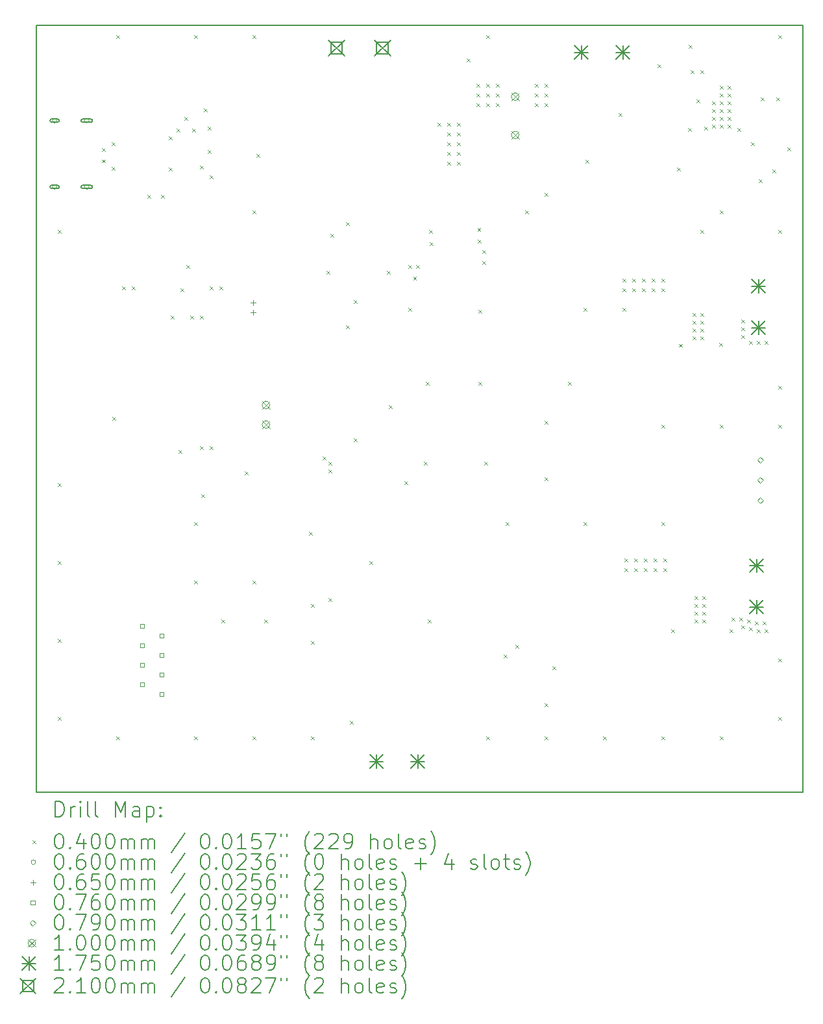
<source format=gbr>
%FSLAX45Y45*%
G04 Gerber Fmt 4.5, Leading zero omitted, Abs format (unit mm)*
G04 Created by KiCad (PCBNEW (6.0.0)) date 2022-03-08 01:23:57*
%MOMM*%
%LPD*%
G01*
G04 APERTURE LIST*
%TA.AperFunction,Profile*%
%ADD10C,0.200000*%
%TD*%
%ADD11C,0.200000*%
%ADD12C,0.040000*%
%ADD13C,0.060000*%
%ADD14C,0.065000*%
%ADD15C,0.076000*%
%ADD16C,0.079000*%
%ADD17C,0.100000*%
%ADD18C,0.175000*%
%ADD19C,0.210000*%
G04 APERTURE END LIST*
D10*
X11129000Y-4419600D02*
X21129000Y-4419600D01*
X21129000Y-4419600D02*
X21129000Y-14419600D01*
X21129000Y-14419600D02*
X11129000Y-14419600D01*
X11129000Y-14419600D02*
X11129000Y-4419600D01*
D11*
D12*
X11410000Y-7092000D02*
X11450000Y-7132000D01*
X11450000Y-7092000D02*
X11410000Y-7132000D01*
X11410000Y-10394000D02*
X11450000Y-10434000D01*
X11450000Y-10394000D02*
X11410000Y-10434000D01*
X11410000Y-11410000D02*
X11450000Y-11450000D01*
X11450000Y-11410000D02*
X11410000Y-11450000D01*
X11410000Y-12426000D02*
X11450000Y-12466000D01*
X11450000Y-12426000D02*
X11410000Y-12466000D01*
X11410000Y-13442000D02*
X11450000Y-13482000D01*
X11450000Y-13442000D02*
X11410000Y-13482000D01*
X11981500Y-6023450D02*
X12021500Y-6063450D01*
X12021500Y-6023450D02*
X11981500Y-6063450D01*
X11981500Y-6170950D02*
X12021500Y-6210950D01*
X12021500Y-6170950D02*
X11981500Y-6210950D01*
X12108500Y-5949000D02*
X12148500Y-5989000D01*
X12148500Y-5949000D02*
X12108500Y-5989000D01*
X12108500Y-6266500D02*
X12148500Y-6306500D01*
X12148500Y-6266500D02*
X12108500Y-6306500D01*
X12121200Y-9530400D02*
X12161200Y-9570400D01*
X12161200Y-9530400D02*
X12121200Y-9570400D01*
X12172000Y-4552000D02*
X12212000Y-4592000D01*
X12212000Y-4552000D02*
X12172000Y-4592000D01*
X12172000Y-13696000D02*
X12212000Y-13736000D01*
X12212000Y-13696000D02*
X12172000Y-13736000D01*
X12248200Y-7828600D02*
X12288200Y-7868600D01*
X12288200Y-7828600D02*
X12248200Y-7868600D01*
X12375200Y-7828600D02*
X12415200Y-7868600D01*
X12415200Y-7828600D02*
X12375200Y-7868600D01*
X12578400Y-6634800D02*
X12618400Y-6674800D01*
X12618400Y-6634800D02*
X12578400Y-6674800D01*
X12756200Y-6634800D02*
X12796200Y-6674800D01*
X12796200Y-6634800D02*
X12756200Y-6674800D01*
X12857800Y-5872800D02*
X12897800Y-5912800D01*
X12897800Y-5872800D02*
X12857800Y-5912800D01*
X12857800Y-6279200D02*
X12897800Y-6319200D01*
X12897800Y-6279200D02*
X12857800Y-6319200D01*
X12883200Y-8209600D02*
X12923200Y-8249600D01*
X12923200Y-8209600D02*
X12883200Y-8249600D01*
X12959400Y-5771200D02*
X12999400Y-5811200D01*
X12999400Y-5771200D02*
X12959400Y-5811200D01*
X12984800Y-9962200D02*
X13024800Y-10002200D01*
X13024800Y-9962200D02*
X12984800Y-10002200D01*
X13010200Y-7854000D02*
X13050200Y-7894000D01*
X13050200Y-7854000D02*
X13010200Y-7894000D01*
X13061000Y-5618800D02*
X13101000Y-5658800D01*
X13101000Y-5618800D02*
X13061000Y-5658800D01*
X13086400Y-7549200D02*
X13126400Y-7589200D01*
X13126400Y-7549200D02*
X13086400Y-7589200D01*
X13137200Y-8209600D02*
X13177200Y-8249600D01*
X13177200Y-8209600D02*
X13137200Y-8249600D01*
X13159800Y-5767100D02*
X13199800Y-5807100D01*
X13199800Y-5767100D02*
X13159800Y-5807100D01*
X13188000Y-4552000D02*
X13228000Y-4592000D01*
X13228000Y-4552000D02*
X13188000Y-4592000D01*
X13188000Y-10902000D02*
X13228000Y-10942000D01*
X13228000Y-10902000D02*
X13188000Y-10942000D01*
X13188000Y-11664000D02*
X13228000Y-11704000D01*
X13228000Y-11664000D02*
X13188000Y-11704000D01*
X13188000Y-13696000D02*
X13228000Y-13736000D01*
X13228000Y-13696000D02*
X13188000Y-13736000D01*
X13264200Y-6253800D02*
X13304200Y-6293800D01*
X13304200Y-6253800D02*
X13264200Y-6293800D01*
X13264200Y-8209600D02*
X13304200Y-8249600D01*
X13304200Y-8209600D02*
X13264200Y-8249600D01*
X13264200Y-9911400D02*
X13304200Y-9951400D01*
X13304200Y-9911400D02*
X13264200Y-9951400D01*
X13276329Y-10534271D02*
X13316329Y-10574271D01*
X13316329Y-10534271D02*
X13276329Y-10574271D01*
X13315000Y-5504500D02*
X13355000Y-5544500D01*
X13355000Y-5504500D02*
X13315000Y-5544500D01*
X13365800Y-5745800D02*
X13405800Y-5785800D01*
X13405800Y-5745800D02*
X13365800Y-5785800D01*
X13365800Y-6050600D02*
X13405800Y-6090600D01*
X13405800Y-6050600D02*
X13365800Y-6090600D01*
X13391200Y-6380800D02*
X13431200Y-6420800D01*
X13431200Y-6380800D02*
X13391200Y-6420800D01*
X13391200Y-7828600D02*
X13431200Y-7868600D01*
X13431200Y-7828600D02*
X13391200Y-7868600D01*
X13391200Y-9911400D02*
X13431200Y-9951400D01*
X13431200Y-9911400D02*
X13391200Y-9951400D01*
X13518200Y-7828600D02*
X13558200Y-7868600D01*
X13558200Y-7828600D02*
X13518200Y-7868600D01*
X13543600Y-12172000D02*
X13583600Y-12212000D01*
X13583600Y-12172000D02*
X13543600Y-12212000D01*
X13848400Y-10241600D02*
X13888400Y-10281600D01*
X13888400Y-10241600D02*
X13848400Y-10281600D01*
X13950000Y-4552000D02*
X13990000Y-4592000D01*
X13990000Y-4552000D02*
X13950000Y-4592000D01*
X13950000Y-6838000D02*
X13990000Y-6878000D01*
X13990000Y-6838000D02*
X13950000Y-6878000D01*
X13950000Y-11664000D02*
X13990000Y-11704000D01*
X13990000Y-11664000D02*
X13950000Y-11704000D01*
X13950000Y-13696000D02*
X13990000Y-13736000D01*
X13990000Y-13696000D02*
X13950000Y-13736000D01*
X14000800Y-6101400D02*
X14040800Y-6141400D01*
X14040800Y-6101400D02*
X14000800Y-6141400D01*
X14102400Y-12172000D02*
X14142400Y-12212000D01*
X14142400Y-12172000D02*
X14102400Y-12212000D01*
X14686600Y-11029000D02*
X14726600Y-11069000D01*
X14726600Y-11029000D02*
X14686600Y-11069000D01*
X14712000Y-11968800D02*
X14752000Y-12008800D01*
X14752000Y-11968800D02*
X14712000Y-12008800D01*
X14712000Y-12451400D02*
X14752000Y-12491400D01*
X14752000Y-12451400D02*
X14712000Y-12491400D01*
X14712000Y-13696000D02*
X14752000Y-13736000D01*
X14752000Y-13696000D02*
X14712000Y-13736000D01*
X14864400Y-10041950D02*
X14904400Y-10081950D01*
X14904400Y-10041950D02*
X14864400Y-10081950D01*
X14915200Y-7625400D02*
X14955200Y-7665400D01*
X14955200Y-7625400D02*
X14915200Y-7665400D01*
X14937050Y-10114600D02*
X14977050Y-10154600D01*
X14977050Y-10114600D02*
X14937050Y-10154600D01*
X14937050Y-11888729D02*
X14977050Y-11928729D01*
X14977050Y-11888729D02*
X14937050Y-11928729D01*
X14940600Y-10216200D02*
X14980600Y-10256200D01*
X14980600Y-10216200D02*
X14940600Y-10256200D01*
X14966000Y-7142800D02*
X15006000Y-7182800D01*
X15006000Y-7142800D02*
X14966000Y-7182800D01*
X15169200Y-6990400D02*
X15209200Y-7030400D01*
X15209200Y-6990400D02*
X15169200Y-7030400D01*
X15169200Y-8336600D02*
X15209200Y-8376600D01*
X15209200Y-8336600D02*
X15169200Y-8376600D01*
X15220000Y-13492800D02*
X15260000Y-13532800D01*
X15260000Y-13492800D02*
X15220000Y-13532800D01*
X15270800Y-8006400D02*
X15310800Y-8046400D01*
X15310800Y-8006400D02*
X15270800Y-8046400D01*
X15270800Y-9809800D02*
X15310800Y-9849800D01*
X15310800Y-9809800D02*
X15270800Y-9849800D01*
X15474000Y-11410000D02*
X15514000Y-11450000D01*
X15514000Y-11410000D02*
X15474000Y-11450000D01*
X15702600Y-7625400D02*
X15742600Y-7665400D01*
X15742600Y-7625400D02*
X15702600Y-7665400D01*
X15728000Y-9378000D02*
X15768000Y-9418000D01*
X15768000Y-9378000D02*
X15728000Y-9418000D01*
X15931200Y-10368600D02*
X15971200Y-10408600D01*
X15971200Y-10368600D02*
X15931200Y-10408600D01*
X15982000Y-7549200D02*
X16022000Y-7589200D01*
X16022000Y-7549200D02*
X15982000Y-7589200D01*
X15982000Y-8108000D02*
X16022000Y-8148000D01*
X16022000Y-8108000D02*
X15982000Y-8148000D01*
X16042960Y-7696520D02*
X16082960Y-7736520D01*
X16082960Y-7696520D02*
X16042960Y-7736520D01*
X16084171Y-7549771D02*
X16124171Y-7589771D01*
X16124171Y-7549771D02*
X16084171Y-7589771D01*
X16185200Y-10114600D02*
X16225200Y-10154600D01*
X16225200Y-10114600D02*
X16185200Y-10154600D01*
X16210600Y-9073200D02*
X16250600Y-9113200D01*
X16250600Y-9073200D02*
X16210600Y-9113200D01*
X16236000Y-12172000D02*
X16276000Y-12212000D01*
X16276000Y-12172000D02*
X16236000Y-12212000D01*
X16251240Y-7092000D02*
X16291240Y-7132000D01*
X16291240Y-7092000D02*
X16251240Y-7132000D01*
X16256320Y-7249480D02*
X16296320Y-7289480D01*
X16296320Y-7249480D02*
X16256320Y-7289480D01*
X16363000Y-5695000D02*
X16403000Y-5735000D01*
X16403000Y-5695000D02*
X16363000Y-5735000D01*
X16490000Y-5695000D02*
X16530000Y-5735000D01*
X16530000Y-5695000D02*
X16490000Y-5735000D01*
X16490000Y-5822000D02*
X16530000Y-5862000D01*
X16530000Y-5822000D02*
X16490000Y-5862000D01*
X16490000Y-5949000D02*
X16530000Y-5989000D01*
X16530000Y-5949000D02*
X16490000Y-5989000D01*
X16490000Y-6076000D02*
X16530000Y-6116000D01*
X16530000Y-6076000D02*
X16490000Y-6116000D01*
X16490000Y-6203000D02*
X16530000Y-6243000D01*
X16530000Y-6203000D02*
X16490000Y-6243000D01*
X16617000Y-5695000D02*
X16657000Y-5735000D01*
X16657000Y-5695000D02*
X16617000Y-5735000D01*
X16617000Y-5822000D02*
X16657000Y-5862000D01*
X16657000Y-5822000D02*
X16617000Y-5862000D01*
X16617000Y-5949000D02*
X16657000Y-5989000D01*
X16657000Y-5949000D02*
X16617000Y-5989000D01*
X16617000Y-6076000D02*
X16657000Y-6116000D01*
X16657000Y-6076000D02*
X16617000Y-6116000D01*
X16617000Y-6203000D02*
X16657000Y-6243000D01*
X16657000Y-6203000D02*
X16617000Y-6243000D01*
X16744000Y-4856800D02*
X16784000Y-4896800D01*
X16784000Y-4856800D02*
X16744000Y-4896800D01*
X16871000Y-5187000D02*
X16911000Y-5227000D01*
X16911000Y-5187000D02*
X16871000Y-5227000D01*
X16871000Y-5314000D02*
X16911000Y-5354000D01*
X16911000Y-5314000D02*
X16871000Y-5354000D01*
X16871000Y-5441000D02*
X16911000Y-5481000D01*
X16911000Y-5441000D02*
X16871000Y-5481000D01*
X16881160Y-7066600D02*
X16921160Y-7106600D01*
X16921160Y-7066600D02*
X16881160Y-7106600D01*
X16886240Y-7219000D02*
X16926240Y-7259000D01*
X16926240Y-7219000D02*
X16886240Y-7259000D01*
X16891320Y-8133400D02*
X16931320Y-8173400D01*
X16931320Y-8133400D02*
X16891320Y-8173400D01*
X16896400Y-9073200D02*
X16936400Y-9113200D01*
X16936400Y-9073200D02*
X16896400Y-9113200D01*
X16947200Y-7351080D02*
X16987200Y-7391080D01*
X16987200Y-7351080D02*
X16947200Y-7391080D01*
X16947200Y-7498400D02*
X16987200Y-7538400D01*
X16987200Y-7498400D02*
X16947200Y-7538400D01*
X16972600Y-10114600D02*
X17012600Y-10154600D01*
X17012600Y-10114600D02*
X16972600Y-10154600D01*
X16998000Y-4552000D02*
X17038000Y-4592000D01*
X17038000Y-4552000D02*
X16998000Y-4592000D01*
X16998000Y-5187000D02*
X17038000Y-5227000D01*
X17038000Y-5187000D02*
X16998000Y-5227000D01*
X16998000Y-5314000D02*
X17038000Y-5354000D01*
X17038000Y-5314000D02*
X16998000Y-5354000D01*
X16998000Y-5441000D02*
X17038000Y-5481000D01*
X17038000Y-5441000D02*
X16998000Y-5481000D01*
X16998000Y-13696000D02*
X17038000Y-13736000D01*
X17038000Y-13696000D02*
X16998000Y-13736000D01*
X17125000Y-5187000D02*
X17165000Y-5227000D01*
X17165000Y-5187000D02*
X17125000Y-5227000D01*
X17125000Y-5314000D02*
X17165000Y-5354000D01*
X17165000Y-5314000D02*
X17125000Y-5354000D01*
X17125000Y-5441000D02*
X17165000Y-5481000D01*
X17165000Y-5441000D02*
X17125000Y-5481000D01*
X17226600Y-12629200D02*
X17266600Y-12669200D01*
X17266600Y-12629200D02*
X17226600Y-12669200D01*
X17252000Y-10902000D02*
X17292000Y-10942000D01*
X17292000Y-10902000D02*
X17252000Y-10942000D01*
X17379000Y-12502200D02*
X17419000Y-12542200D01*
X17419000Y-12502200D02*
X17379000Y-12542200D01*
X17506000Y-6838000D02*
X17546000Y-6878000D01*
X17546000Y-6838000D02*
X17506000Y-6878000D01*
X17633000Y-5187000D02*
X17673000Y-5227000D01*
X17673000Y-5187000D02*
X17633000Y-5227000D01*
X17633000Y-5314000D02*
X17673000Y-5354000D01*
X17673000Y-5314000D02*
X17633000Y-5354000D01*
X17633000Y-5441000D02*
X17673000Y-5481000D01*
X17673000Y-5441000D02*
X17633000Y-5481000D01*
X17760000Y-5187000D02*
X17800000Y-5227000D01*
X17800000Y-5187000D02*
X17760000Y-5227000D01*
X17760000Y-5314000D02*
X17800000Y-5354000D01*
X17800000Y-5314000D02*
X17760000Y-5354000D01*
X17760000Y-5441000D02*
X17800000Y-5481000D01*
X17800000Y-5441000D02*
X17760000Y-5481000D01*
X17760000Y-6609400D02*
X17800000Y-6649400D01*
X17800000Y-6609400D02*
X17760000Y-6649400D01*
X17760000Y-9581200D02*
X17800000Y-9621200D01*
X17800000Y-9581200D02*
X17760000Y-9621200D01*
X17760000Y-10317800D02*
X17800000Y-10357800D01*
X17800000Y-10317800D02*
X17760000Y-10357800D01*
X17760000Y-13264200D02*
X17800000Y-13304200D01*
X17800000Y-13264200D02*
X17760000Y-13304200D01*
X17760000Y-13696000D02*
X17800000Y-13736000D01*
X17800000Y-13696000D02*
X17760000Y-13736000D01*
X17861600Y-12781600D02*
X17901600Y-12821600D01*
X17901600Y-12781600D02*
X17861600Y-12821600D01*
X18064800Y-9073200D02*
X18104800Y-9113200D01*
X18104800Y-9073200D02*
X18064800Y-9113200D01*
X18268000Y-8108000D02*
X18308000Y-8148000D01*
X18308000Y-8108000D02*
X18268000Y-8148000D01*
X18268000Y-10902000D02*
X18308000Y-10942000D01*
X18308000Y-10902000D02*
X18268000Y-10942000D01*
X18293400Y-6177600D02*
X18333400Y-6217600D01*
X18333400Y-6177600D02*
X18293400Y-6217600D01*
X18522000Y-13696000D02*
X18562000Y-13736000D01*
X18562000Y-13696000D02*
X18522000Y-13736000D01*
X18725200Y-5568000D02*
X18765200Y-5608000D01*
X18765200Y-5568000D02*
X18725200Y-5608000D01*
X18776000Y-7727000D02*
X18816000Y-7767000D01*
X18816000Y-7727000D02*
X18776000Y-7767000D01*
X18776000Y-7854000D02*
X18816000Y-7894000D01*
X18816000Y-7854000D02*
X18776000Y-7894000D01*
X18776000Y-8108000D02*
X18816000Y-8148000D01*
X18816000Y-8108000D02*
X18776000Y-8148000D01*
X18801400Y-11374440D02*
X18841400Y-11414440D01*
X18841400Y-11374440D02*
X18801400Y-11414440D01*
X18801400Y-11501440D02*
X18841400Y-11541440D01*
X18841400Y-11501440D02*
X18801400Y-11541440D01*
X18903000Y-7727000D02*
X18943000Y-7767000D01*
X18943000Y-7727000D02*
X18903000Y-7767000D01*
X18903000Y-7854000D02*
X18943000Y-7894000D01*
X18943000Y-7854000D02*
X18903000Y-7894000D01*
X18928400Y-11374440D02*
X18968400Y-11414440D01*
X18968400Y-11374440D02*
X18928400Y-11414440D01*
X18928400Y-11501440D02*
X18968400Y-11541440D01*
X18968400Y-11501440D02*
X18928400Y-11541440D01*
X19030000Y-7727000D02*
X19070000Y-7767000D01*
X19070000Y-7727000D02*
X19030000Y-7767000D01*
X19030000Y-7854000D02*
X19070000Y-7894000D01*
X19070000Y-7854000D02*
X19030000Y-7894000D01*
X19055400Y-11374440D02*
X19095400Y-11414440D01*
X19095400Y-11374440D02*
X19055400Y-11414440D01*
X19055400Y-11501440D02*
X19095400Y-11541440D01*
X19095400Y-11501440D02*
X19055400Y-11541440D01*
X19157000Y-7727000D02*
X19197000Y-7767000D01*
X19197000Y-7727000D02*
X19157000Y-7767000D01*
X19157000Y-7854000D02*
X19197000Y-7894000D01*
X19197000Y-7854000D02*
X19157000Y-7894000D01*
X19182400Y-11374440D02*
X19222400Y-11414440D01*
X19222400Y-11374440D02*
X19182400Y-11414440D01*
X19182400Y-11501440D02*
X19222400Y-11541440D01*
X19222400Y-11501440D02*
X19182400Y-11541440D01*
X19233200Y-4933000D02*
X19273200Y-4973000D01*
X19273200Y-4933000D02*
X19233200Y-4973000D01*
X19284000Y-7727000D02*
X19324000Y-7767000D01*
X19324000Y-7727000D02*
X19284000Y-7767000D01*
X19284000Y-7854000D02*
X19324000Y-7894000D01*
X19324000Y-7854000D02*
X19284000Y-7894000D01*
X19284000Y-9632000D02*
X19324000Y-9672000D01*
X19324000Y-9632000D02*
X19284000Y-9672000D01*
X19284000Y-10902000D02*
X19324000Y-10942000D01*
X19324000Y-10902000D02*
X19284000Y-10942000D01*
X19284000Y-13696000D02*
X19324000Y-13736000D01*
X19324000Y-13696000D02*
X19284000Y-13736000D01*
X19309400Y-11374440D02*
X19349400Y-11414440D01*
X19349400Y-11374440D02*
X19309400Y-11414440D01*
X19309400Y-11501440D02*
X19349400Y-11541440D01*
X19349400Y-11501440D02*
X19309400Y-11541440D01*
X19411000Y-12299000D02*
X19451000Y-12339000D01*
X19451000Y-12299000D02*
X19411000Y-12339000D01*
X19487200Y-6279200D02*
X19527200Y-6319200D01*
X19527200Y-6279200D02*
X19487200Y-6319200D01*
X19508535Y-8574454D02*
X19548535Y-8614454D01*
X19548535Y-8574454D02*
X19508535Y-8614454D01*
X19626900Y-5758500D02*
X19666900Y-5798500D01*
X19666900Y-5758500D02*
X19626900Y-5798500D01*
X19639600Y-4679000D02*
X19679600Y-4719000D01*
X19679600Y-4679000D02*
X19639600Y-4719000D01*
X19665000Y-5009200D02*
X19705000Y-5049200D01*
X19705000Y-5009200D02*
X19665000Y-5049200D01*
X19690400Y-8171500D02*
X19730400Y-8211500D01*
X19730400Y-8171500D02*
X19690400Y-8211500D01*
X19690400Y-8273100D02*
X19730400Y-8313100D01*
X19730400Y-8273100D02*
X19690400Y-8313100D01*
X19690400Y-8374700D02*
X19730400Y-8414700D01*
X19730400Y-8374700D02*
X19690400Y-8414700D01*
X19690400Y-8476300D02*
X19730400Y-8516300D01*
X19730400Y-8476300D02*
X19690400Y-8516300D01*
X19715800Y-11867200D02*
X19755800Y-11907200D01*
X19755800Y-11867200D02*
X19715800Y-11907200D01*
X19715800Y-11968800D02*
X19755800Y-12008800D01*
X19755800Y-11968800D02*
X19715800Y-12008800D01*
X19715800Y-12070400D02*
X19755800Y-12110400D01*
X19755800Y-12070400D02*
X19715800Y-12110400D01*
X19715800Y-12172000D02*
X19755800Y-12212000D01*
X19755800Y-12172000D02*
X19715800Y-12212000D01*
X19741200Y-5390200D02*
X19781200Y-5430200D01*
X19781200Y-5390200D02*
X19741200Y-5430200D01*
X19792000Y-5009200D02*
X19832000Y-5049200D01*
X19832000Y-5009200D02*
X19792000Y-5049200D01*
X19792000Y-7092000D02*
X19832000Y-7132000D01*
X19832000Y-7092000D02*
X19792000Y-7132000D01*
X19792000Y-8171500D02*
X19832000Y-8211500D01*
X19832000Y-8171500D02*
X19792000Y-8211500D01*
X19792000Y-8273100D02*
X19832000Y-8313100D01*
X19832000Y-8273100D02*
X19792000Y-8313100D01*
X19792000Y-8374700D02*
X19832000Y-8414700D01*
X19832000Y-8374700D02*
X19792000Y-8414700D01*
X19792000Y-8476300D02*
X19832000Y-8516300D01*
X19832000Y-8476300D02*
X19792000Y-8516300D01*
X19817400Y-11867200D02*
X19857400Y-11907200D01*
X19857400Y-11867200D02*
X19817400Y-11907200D01*
X19817400Y-11968800D02*
X19857400Y-12008800D01*
X19857400Y-11968800D02*
X19817400Y-12008800D01*
X19817400Y-12070400D02*
X19857400Y-12110400D01*
X19857400Y-12070400D02*
X19817400Y-12110400D01*
X19817400Y-12172000D02*
X19857400Y-12212000D01*
X19857400Y-12172000D02*
X19817400Y-12212000D01*
X19842800Y-5745800D02*
X19882800Y-5785800D01*
X19882800Y-5745800D02*
X19842800Y-5785800D01*
X19944400Y-5415600D02*
X19984400Y-5455600D01*
X19984400Y-5415600D02*
X19944400Y-5455600D01*
X19944400Y-5517200D02*
X19984400Y-5557200D01*
X19984400Y-5517200D02*
X19944400Y-5557200D01*
X19944400Y-5618800D02*
X19984400Y-5658800D01*
X19984400Y-5618800D02*
X19944400Y-5658800D01*
X19944400Y-5720400D02*
X19984400Y-5760400D01*
X19984400Y-5720400D02*
X19944400Y-5760400D01*
X20033300Y-8565200D02*
X20073300Y-8605200D01*
X20073300Y-8565200D02*
X20033300Y-8605200D01*
X20046000Y-5212400D02*
X20086000Y-5252400D01*
X20086000Y-5212400D02*
X20046000Y-5252400D01*
X20046000Y-5314000D02*
X20086000Y-5354000D01*
X20086000Y-5314000D02*
X20046000Y-5354000D01*
X20046000Y-5415600D02*
X20086000Y-5455600D01*
X20086000Y-5415600D02*
X20046000Y-5455600D01*
X20046000Y-5517200D02*
X20086000Y-5557200D01*
X20086000Y-5517200D02*
X20046000Y-5557200D01*
X20046000Y-5618800D02*
X20086000Y-5658800D01*
X20086000Y-5618800D02*
X20046000Y-5658800D01*
X20046000Y-5720400D02*
X20086000Y-5760400D01*
X20086000Y-5720400D02*
X20046000Y-5760400D01*
X20046000Y-6838000D02*
X20086000Y-6878000D01*
X20086000Y-6838000D02*
X20046000Y-6878000D01*
X20046000Y-9632000D02*
X20086000Y-9672000D01*
X20086000Y-9632000D02*
X20046000Y-9672000D01*
X20046000Y-13696000D02*
X20086000Y-13736000D01*
X20086000Y-13696000D02*
X20046000Y-13736000D01*
X20147600Y-5212400D02*
X20187600Y-5252400D01*
X20187600Y-5212400D02*
X20147600Y-5252400D01*
X20147600Y-5314000D02*
X20187600Y-5354000D01*
X20187600Y-5314000D02*
X20147600Y-5354000D01*
X20147600Y-5415600D02*
X20187600Y-5455600D01*
X20187600Y-5415600D02*
X20147600Y-5455600D01*
X20147600Y-5517200D02*
X20187600Y-5557200D01*
X20187600Y-5517200D02*
X20147600Y-5557200D01*
X20147600Y-5618800D02*
X20187600Y-5658800D01*
X20187600Y-5618800D02*
X20147600Y-5658800D01*
X20147600Y-5720400D02*
X20187600Y-5760400D01*
X20187600Y-5720400D02*
X20147600Y-5760400D01*
X20173000Y-12299000D02*
X20213000Y-12339000D01*
X20213000Y-12299000D02*
X20173000Y-12339000D01*
X20198400Y-12146600D02*
X20238400Y-12186600D01*
X20238400Y-12146600D02*
X20198400Y-12186600D01*
X20274600Y-5758500D02*
X20314600Y-5798500D01*
X20314600Y-5758500D02*
X20274600Y-5798500D01*
X20300000Y-12146600D02*
X20340000Y-12186600D01*
X20340000Y-12146600D02*
X20300000Y-12186600D01*
X20325400Y-8260400D02*
X20365400Y-8300400D01*
X20365400Y-8260400D02*
X20325400Y-8300400D01*
X20325400Y-8362000D02*
X20365400Y-8402000D01*
X20365400Y-8362000D02*
X20325400Y-8402000D01*
X20325400Y-8463600D02*
X20365400Y-8503600D01*
X20365400Y-8463600D02*
X20325400Y-8503600D01*
X20325400Y-12248200D02*
X20365400Y-12288200D01*
X20365400Y-12248200D02*
X20325400Y-12288200D01*
X20401600Y-12172000D02*
X20441600Y-12212000D01*
X20441600Y-12172000D02*
X20401600Y-12212000D01*
X20427000Y-8539800D02*
X20467000Y-8579800D01*
X20467000Y-8539800D02*
X20427000Y-8579800D01*
X20427000Y-12273600D02*
X20467000Y-12313600D01*
X20467000Y-12273600D02*
X20427000Y-12313600D01*
X20452400Y-5949000D02*
X20492400Y-5989000D01*
X20492400Y-5949000D02*
X20452400Y-5989000D01*
X20503200Y-12197400D02*
X20543200Y-12237400D01*
X20543200Y-12197400D02*
X20503200Y-12237400D01*
X20528600Y-8539800D02*
X20568600Y-8579800D01*
X20568600Y-8539800D02*
X20528600Y-8579800D01*
X20528600Y-12299000D02*
X20568600Y-12339000D01*
X20568600Y-12299000D02*
X20528600Y-12339000D01*
X20554000Y-6431600D02*
X20594000Y-6471600D01*
X20594000Y-6431600D02*
X20554000Y-6471600D01*
X20579400Y-5364800D02*
X20619400Y-5404800D01*
X20619400Y-5364800D02*
X20579400Y-5404800D01*
X20604800Y-12197400D02*
X20644800Y-12237400D01*
X20644800Y-12197400D02*
X20604800Y-12237400D01*
X20630200Y-8539800D02*
X20670200Y-8579800D01*
X20670200Y-8539800D02*
X20630200Y-8579800D01*
X20630200Y-12299000D02*
X20670200Y-12339000D01*
X20670200Y-12299000D02*
X20630200Y-12339000D01*
X20731800Y-6304600D02*
X20771800Y-6344600D01*
X20771800Y-6304600D02*
X20731800Y-6344600D01*
X20782600Y-5364800D02*
X20822600Y-5404800D01*
X20822600Y-5364800D02*
X20782600Y-5404800D01*
X20808000Y-4552000D02*
X20848000Y-4592000D01*
X20848000Y-4552000D02*
X20808000Y-4592000D01*
X20808000Y-7092000D02*
X20848000Y-7132000D01*
X20848000Y-7092000D02*
X20808000Y-7132000D01*
X20808000Y-9124000D02*
X20848000Y-9164000D01*
X20848000Y-9124000D02*
X20808000Y-9164000D01*
X20808000Y-9632000D02*
X20848000Y-9672000D01*
X20848000Y-9632000D02*
X20808000Y-9672000D01*
X20808000Y-12680000D02*
X20848000Y-12720000D01*
X20848000Y-12680000D02*
X20808000Y-12720000D01*
X20808000Y-13442000D02*
X20848000Y-13482000D01*
X20848000Y-13442000D02*
X20808000Y-13482000D01*
X20922300Y-6012500D02*
X20962300Y-6052500D01*
X20962300Y-6012500D02*
X20922300Y-6052500D01*
D13*
X11396500Y-5664000D02*
G75*
G03*
X11396500Y-5664000I-30000J0D01*
G01*
D11*
X11406500Y-5644000D02*
X11326500Y-5644000D01*
X11406500Y-5684000D02*
X11326500Y-5684000D01*
X11326500Y-5644000D02*
G75*
G03*
X11326500Y-5684000I0J-20000D01*
G01*
X11406500Y-5684000D02*
G75*
G03*
X11406500Y-5644000I0J20000D01*
G01*
D13*
X11396500Y-6528000D02*
G75*
G03*
X11396500Y-6528000I-30000J0D01*
G01*
D11*
X11406500Y-6508000D02*
X11326500Y-6508000D01*
X11406500Y-6548000D02*
X11326500Y-6548000D01*
X11326500Y-6508000D02*
G75*
G03*
X11326500Y-6548000I0J-20000D01*
G01*
X11406500Y-6548000D02*
G75*
G03*
X11406500Y-6508000I0J20000D01*
G01*
D13*
X11814500Y-5664000D02*
G75*
G03*
X11814500Y-5664000I-30000J0D01*
G01*
D11*
X11839500Y-5644000D02*
X11729500Y-5644000D01*
X11839500Y-5684000D02*
X11729500Y-5684000D01*
X11729500Y-5644000D02*
G75*
G03*
X11729500Y-5684000I0J-20000D01*
G01*
X11839500Y-5684000D02*
G75*
G03*
X11839500Y-5644000I0J20000D01*
G01*
D13*
X11814500Y-6528000D02*
G75*
G03*
X11814500Y-6528000I-30000J0D01*
G01*
D11*
X11839500Y-6508000D02*
X11729500Y-6508000D01*
X11839500Y-6548000D02*
X11729500Y-6548000D01*
X11729500Y-6508000D02*
G75*
G03*
X11729500Y-6548000I0J-20000D01*
G01*
X11839500Y-6548000D02*
G75*
G03*
X11839500Y-6508000I0J20000D01*
G01*
D14*
X13956400Y-8005100D02*
X13956400Y-8070100D01*
X13923900Y-8037600D02*
X13988900Y-8037600D01*
X13956400Y-8132100D02*
X13956400Y-8197100D01*
X13923900Y-8164600D02*
X13988900Y-8164600D01*
D15*
X12536370Y-12282370D02*
X12536370Y-12228630D01*
X12482630Y-12228630D01*
X12482630Y-12282370D01*
X12536370Y-12282370D01*
X12536370Y-12536370D02*
X12536370Y-12482630D01*
X12482630Y-12482630D01*
X12482630Y-12536370D01*
X12536370Y-12536370D01*
X12536370Y-12790370D02*
X12536370Y-12736630D01*
X12482630Y-12736630D01*
X12482630Y-12790370D01*
X12536370Y-12790370D01*
X12536370Y-13044370D02*
X12536370Y-12990630D01*
X12482630Y-12990630D01*
X12482630Y-13044370D01*
X12536370Y-13044370D01*
X12790370Y-12409370D02*
X12790370Y-12355630D01*
X12736630Y-12355630D01*
X12736630Y-12409370D01*
X12790370Y-12409370D01*
X12790370Y-12663370D02*
X12790370Y-12609630D01*
X12736630Y-12609630D01*
X12736630Y-12663370D01*
X12790370Y-12663370D01*
X12790370Y-12917370D02*
X12790370Y-12863630D01*
X12736630Y-12863630D01*
X12736630Y-12917370D01*
X12790370Y-12917370D01*
X12790370Y-13171370D02*
X12790370Y-13117630D01*
X12736630Y-13117630D01*
X12736630Y-13171370D01*
X12790370Y-13171370D01*
D16*
X20571100Y-10126700D02*
X20610600Y-10087200D01*
X20571100Y-10047700D01*
X20531600Y-10087200D01*
X20571100Y-10126700D01*
X20571100Y-10391700D02*
X20610600Y-10352200D01*
X20571100Y-10312700D01*
X20531600Y-10352200D01*
X20571100Y-10391700D01*
X20571100Y-10656700D02*
X20610600Y-10617200D01*
X20571100Y-10577700D01*
X20531600Y-10617200D01*
X20571100Y-10656700D01*
D17*
X14072400Y-9322600D02*
X14172400Y-9422600D01*
X14172400Y-9322600D02*
X14072400Y-9422600D01*
X14172400Y-9372600D02*
G75*
G03*
X14172400Y-9372600I-50000J0D01*
G01*
X14072400Y-9576600D02*
X14172400Y-9676600D01*
X14172400Y-9576600D02*
X14072400Y-9676600D01*
X14172400Y-9626600D02*
G75*
G03*
X14172400Y-9626600I-50000J0D01*
G01*
X17323600Y-5301232D02*
X17423600Y-5401232D01*
X17423600Y-5301232D02*
X17323600Y-5401232D01*
X17423600Y-5351232D02*
G75*
G03*
X17423600Y-5351232I-50000J0D01*
G01*
X17323600Y-5801232D02*
X17423600Y-5901232D01*
X17423600Y-5801232D02*
X17323600Y-5901232D01*
X17423600Y-5851232D02*
G75*
G03*
X17423600Y-5851232I-50000J0D01*
G01*
D18*
X15476100Y-13933300D02*
X15651100Y-14108300D01*
X15651100Y-13933300D02*
X15476100Y-14108300D01*
X15563600Y-13933300D02*
X15563600Y-14108300D01*
X15476100Y-14020800D02*
X15651100Y-14020800D01*
X16016100Y-13933300D02*
X16191100Y-14108300D01*
X16191100Y-13933300D02*
X16016100Y-14108300D01*
X16103600Y-13933300D02*
X16103600Y-14108300D01*
X16016100Y-14020800D02*
X16191100Y-14020800D01*
X18149700Y-4687700D02*
X18324700Y-4862700D01*
X18324700Y-4687700D02*
X18149700Y-4862700D01*
X18237200Y-4687700D02*
X18237200Y-4862700D01*
X18149700Y-4775200D02*
X18324700Y-4775200D01*
X18689700Y-4687700D02*
X18864700Y-4862700D01*
X18864700Y-4687700D02*
X18689700Y-4862700D01*
X18777200Y-4687700D02*
X18777200Y-4862700D01*
X18689700Y-4775200D02*
X18864700Y-4775200D01*
X20435700Y-11377300D02*
X20610700Y-11552300D01*
X20610700Y-11377300D02*
X20435700Y-11552300D01*
X20523200Y-11377300D02*
X20523200Y-11552300D01*
X20435700Y-11464800D02*
X20610700Y-11464800D01*
X20435700Y-11917300D02*
X20610700Y-12092300D01*
X20610700Y-11917300D02*
X20435700Y-12092300D01*
X20523200Y-11917300D02*
X20523200Y-12092300D01*
X20435700Y-12004800D02*
X20610700Y-12004800D01*
X20461100Y-7735700D02*
X20636100Y-7910700D01*
X20636100Y-7735700D02*
X20461100Y-7910700D01*
X20548600Y-7735700D02*
X20548600Y-7910700D01*
X20461100Y-7823200D02*
X20636100Y-7823200D01*
X20461100Y-8275700D02*
X20636100Y-8450700D01*
X20636100Y-8275700D02*
X20461100Y-8450700D01*
X20548600Y-8275700D02*
X20548600Y-8450700D01*
X20461100Y-8363200D02*
X20636100Y-8363200D01*
D19*
X14936600Y-4612600D02*
X15146600Y-4822600D01*
X15146600Y-4612600D02*
X14936600Y-4822600D01*
X15115847Y-4791847D02*
X15115847Y-4643353D01*
X14967353Y-4643353D01*
X14967353Y-4791847D01*
X15115847Y-4791847D01*
X15536600Y-4612600D02*
X15746600Y-4822600D01*
X15746600Y-4612600D02*
X15536600Y-4822600D01*
X15715847Y-4791847D02*
X15715847Y-4643353D01*
X15567353Y-4643353D01*
X15567353Y-4791847D01*
X15715847Y-4791847D01*
D11*
X11376619Y-14740076D02*
X11376619Y-14540076D01*
X11424238Y-14540076D01*
X11452809Y-14549600D01*
X11471857Y-14568648D01*
X11481381Y-14587695D01*
X11490905Y-14625790D01*
X11490905Y-14654362D01*
X11481381Y-14692457D01*
X11471857Y-14711505D01*
X11452809Y-14730552D01*
X11424238Y-14740076D01*
X11376619Y-14740076D01*
X11576619Y-14740076D02*
X11576619Y-14606743D01*
X11576619Y-14644838D02*
X11586143Y-14625790D01*
X11595667Y-14616267D01*
X11614714Y-14606743D01*
X11633762Y-14606743D01*
X11700428Y-14740076D02*
X11700428Y-14606743D01*
X11700428Y-14540076D02*
X11690905Y-14549600D01*
X11700428Y-14559124D01*
X11709952Y-14549600D01*
X11700428Y-14540076D01*
X11700428Y-14559124D01*
X11824238Y-14740076D02*
X11805190Y-14730552D01*
X11795667Y-14711505D01*
X11795667Y-14540076D01*
X11929000Y-14740076D02*
X11909952Y-14730552D01*
X11900428Y-14711505D01*
X11900428Y-14540076D01*
X12157571Y-14740076D02*
X12157571Y-14540076D01*
X12224238Y-14682933D01*
X12290905Y-14540076D01*
X12290905Y-14740076D01*
X12471857Y-14740076D02*
X12471857Y-14635314D01*
X12462333Y-14616267D01*
X12443286Y-14606743D01*
X12405190Y-14606743D01*
X12386143Y-14616267D01*
X12471857Y-14730552D02*
X12452809Y-14740076D01*
X12405190Y-14740076D01*
X12386143Y-14730552D01*
X12376619Y-14711505D01*
X12376619Y-14692457D01*
X12386143Y-14673409D01*
X12405190Y-14663886D01*
X12452809Y-14663886D01*
X12471857Y-14654362D01*
X12567095Y-14606743D02*
X12567095Y-14806743D01*
X12567095Y-14616267D02*
X12586143Y-14606743D01*
X12624238Y-14606743D01*
X12643286Y-14616267D01*
X12652809Y-14625790D01*
X12662333Y-14644838D01*
X12662333Y-14701981D01*
X12652809Y-14721028D01*
X12643286Y-14730552D01*
X12624238Y-14740076D01*
X12586143Y-14740076D01*
X12567095Y-14730552D01*
X12748048Y-14721028D02*
X12757571Y-14730552D01*
X12748048Y-14740076D01*
X12738524Y-14730552D01*
X12748048Y-14721028D01*
X12748048Y-14740076D01*
X12748048Y-14616267D02*
X12757571Y-14625790D01*
X12748048Y-14635314D01*
X12738524Y-14625790D01*
X12748048Y-14616267D01*
X12748048Y-14635314D01*
D12*
X11079000Y-15049600D02*
X11119000Y-15089600D01*
X11119000Y-15049600D02*
X11079000Y-15089600D01*
D11*
X11414714Y-14960076D02*
X11433762Y-14960076D01*
X11452809Y-14969600D01*
X11462333Y-14979124D01*
X11471857Y-14998171D01*
X11481381Y-15036267D01*
X11481381Y-15083886D01*
X11471857Y-15121981D01*
X11462333Y-15141028D01*
X11452809Y-15150552D01*
X11433762Y-15160076D01*
X11414714Y-15160076D01*
X11395667Y-15150552D01*
X11386143Y-15141028D01*
X11376619Y-15121981D01*
X11367095Y-15083886D01*
X11367095Y-15036267D01*
X11376619Y-14998171D01*
X11386143Y-14979124D01*
X11395667Y-14969600D01*
X11414714Y-14960076D01*
X11567095Y-15141028D02*
X11576619Y-15150552D01*
X11567095Y-15160076D01*
X11557571Y-15150552D01*
X11567095Y-15141028D01*
X11567095Y-15160076D01*
X11748048Y-15026743D02*
X11748048Y-15160076D01*
X11700428Y-14950552D02*
X11652809Y-15093409D01*
X11776619Y-15093409D01*
X11890905Y-14960076D02*
X11909952Y-14960076D01*
X11929000Y-14969600D01*
X11938524Y-14979124D01*
X11948048Y-14998171D01*
X11957571Y-15036267D01*
X11957571Y-15083886D01*
X11948048Y-15121981D01*
X11938524Y-15141028D01*
X11929000Y-15150552D01*
X11909952Y-15160076D01*
X11890905Y-15160076D01*
X11871857Y-15150552D01*
X11862333Y-15141028D01*
X11852809Y-15121981D01*
X11843286Y-15083886D01*
X11843286Y-15036267D01*
X11852809Y-14998171D01*
X11862333Y-14979124D01*
X11871857Y-14969600D01*
X11890905Y-14960076D01*
X12081381Y-14960076D02*
X12100428Y-14960076D01*
X12119476Y-14969600D01*
X12129000Y-14979124D01*
X12138524Y-14998171D01*
X12148048Y-15036267D01*
X12148048Y-15083886D01*
X12138524Y-15121981D01*
X12129000Y-15141028D01*
X12119476Y-15150552D01*
X12100428Y-15160076D01*
X12081381Y-15160076D01*
X12062333Y-15150552D01*
X12052809Y-15141028D01*
X12043286Y-15121981D01*
X12033762Y-15083886D01*
X12033762Y-15036267D01*
X12043286Y-14998171D01*
X12052809Y-14979124D01*
X12062333Y-14969600D01*
X12081381Y-14960076D01*
X12233762Y-15160076D02*
X12233762Y-15026743D01*
X12233762Y-15045790D02*
X12243286Y-15036267D01*
X12262333Y-15026743D01*
X12290905Y-15026743D01*
X12309952Y-15036267D01*
X12319476Y-15055314D01*
X12319476Y-15160076D01*
X12319476Y-15055314D02*
X12329000Y-15036267D01*
X12348048Y-15026743D01*
X12376619Y-15026743D01*
X12395667Y-15036267D01*
X12405190Y-15055314D01*
X12405190Y-15160076D01*
X12500428Y-15160076D02*
X12500428Y-15026743D01*
X12500428Y-15045790D02*
X12509952Y-15036267D01*
X12529000Y-15026743D01*
X12557571Y-15026743D01*
X12576619Y-15036267D01*
X12586143Y-15055314D01*
X12586143Y-15160076D01*
X12586143Y-15055314D02*
X12595667Y-15036267D01*
X12614714Y-15026743D01*
X12643286Y-15026743D01*
X12662333Y-15036267D01*
X12671857Y-15055314D01*
X12671857Y-15160076D01*
X13062333Y-14950552D02*
X12890905Y-15207695D01*
X13319476Y-14960076D02*
X13338524Y-14960076D01*
X13357571Y-14969600D01*
X13367095Y-14979124D01*
X13376619Y-14998171D01*
X13386143Y-15036267D01*
X13386143Y-15083886D01*
X13376619Y-15121981D01*
X13367095Y-15141028D01*
X13357571Y-15150552D01*
X13338524Y-15160076D01*
X13319476Y-15160076D01*
X13300428Y-15150552D01*
X13290905Y-15141028D01*
X13281381Y-15121981D01*
X13271857Y-15083886D01*
X13271857Y-15036267D01*
X13281381Y-14998171D01*
X13290905Y-14979124D01*
X13300428Y-14969600D01*
X13319476Y-14960076D01*
X13471857Y-15141028D02*
X13481381Y-15150552D01*
X13471857Y-15160076D01*
X13462333Y-15150552D01*
X13471857Y-15141028D01*
X13471857Y-15160076D01*
X13605190Y-14960076D02*
X13624238Y-14960076D01*
X13643286Y-14969600D01*
X13652809Y-14979124D01*
X13662333Y-14998171D01*
X13671857Y-15036267D01*
X13671857Y-15083886D01*
X13662333Y-15121981D01*
X13652809Y-15141028D01*
X13643286Y-15150552D01*
X13624238Y-15160076D01*
X13605190Y-15160076D01*
X13586143Y-15150552D01*
X13576619Y-15141028D01*
X13567095Y-15121981D01*
X13557571Y-15083886D01*
X13557571Y-15036267D01*
X13567095Y-14998171D01*
X13576619Y-14979124D01*
X13586143Y-14969600D01*
X13605190Y-14960076D01*
X13862333Y-15160076D02*
X13748048Y-15160076D01*
X13805190Y-15160076D02*
X13805190Y-14960076D01*
X13786143Y-14988648D01*
X13767095Y-15007695D01*
X13748048Y-15017219D01*
X14043286Y-14960076D02*
X13948048Y-14960076D01*
X13938524Y-15055314D01*
X13948048Y-15045790D01*
X13967095Y-15036267D01*
X14014714Y-15036267D01*
X14033762Y-15045790D01*
X14043286Y-15055314D01*
X14052809Y-15074362D01*
X14052809Y-15121981D01*
X14043286Y-15141028D01*
X14033762Y-15150552D01*
X14014714Y-15160076D01*
X13967095Y-15160076D01*
X13948048Y-15150552D01*
X13938524Y-15141028D01*
X14119476Y-14960076D02*
X14252809Y-14960076D01*
X14167095Y-15160076D01*
X14319476Y-14960076D02*
X14319476Y-14998171D01*
X14395667Y-14960076D02*
X14395667Y-14998171D01*
X14690905Y-15236267D02*
X14681381Y-15226743D01*
X14662333Y-15198171D01*
X14652809Y-15179124D01*
X14643286Y-15150552D01*
X14633762Y-15102933D01*
X14633762Y-15064838D01*
X14643286Y-15017219D01*
X14652809Y-14988648D01*
X14662333Y-14969600D01*
X14681381Y-14941028D01*
X14690905Y-14931505D01*
X14757571Y-14979124D02*
X14767095Y-14969600D01*
X14786143Y-14960076D01*
X14833762Y-14960076D01*
X14852809Y-14969600D01*
X14862333Y-14979124D01*
X14871857Y-14998171D01*
X14871857Y-15017219D01*
X14862333Y-15045790D01*
X14748048Y-15160076D01*
X14871857Y-15160076D01*
X14948048Y-14979124D02*
X14957571Y-14969600D01*
X14976619Y-14960076D01*
X15024238Y-14960076D01*
X15043286Y-14969600D01*
X15052809Y-14979124D01*
X15062333Y-14998171D01*
X15062333Y-15017219D01*
X15052809Y-15045790D01*
X14938524Y-15160076D01*
X15062333Y-15160076D01*
X15157571Y-15160076D02*
X15195667Y-15160076D01*
X15214714Y-15150552D01*
X15224238Y-15141028D01*
X15243286Y-15112457D01*
X15252809Y-15074362D01*
X15252809Y-14998171D01*
X15243286Y-14979124D01*
X15233762Y-14969600D01*
X15214714Y-14960076D01*
X15176619Y-14960076D01*
X15157571Y-14969600D01*
X15148048Y-14979124D01*
X15138524Y-14998171D01*
X15138524Y-15045790D01*
X15148048Y-15064838D01*
X15157571Y-15074362D01*
X15176619Y-15083886D01*
X15214714Y-15083886D01*
X15233762Y-15074362D01*
X15243286Y-15064838D01*
X15252809Y-15045790D01*
X15490905Y-15160076D02*
X15490905Y-14960076D01*
X15576619Y-15160076D02*
X15576619Y-15055314D01*
X15567095Y-15036267D01*
X15548048Y-15026743D01*
X15519476Y-15026743D01*
X15500428Y-15036267D01*
X15490905Y-15045790D01*
X15700428Y-15160076D02*
X15681381Y-15150552D01*
X15671857Y-15141028D01*
X15662333Y-15121981D01*
X15662333Y-15064838D01*
X15671857Y-15045790D01*
X15681381Y-15036267D01*
X15700428Y-15026743D01*
X15729000Y-15026743D01*
X15748048Y-15036267D01*
X15757571Y-15045790D01*
X15767095Y-15064838D01*
X15767095Y-15121981D01*
X15757571Y-15141028D01*
X15748048Y-15150552D01*
X15729000Y-15160076D01*
X15700428Y-15160076D01*
X15881381Y-15160076D02*
X15862333Y-15150552D01*
X15852809Y-15131505D01*
X15852809Y-14960076D01*
X16033762Y-15150552D02*
X16014714Y-15160076D01*
X15976619Y-15160076D01*
X15957571Y-15150552D01*
X15948048Y-15131505D01*
X15948048Y-15055314D01*
X15957571Y-15036267D01*
X15976619Y-15026743D01*
X16014714Y-15026743D01*
X16033762Y-15036267D01*
X16043286Y-15055314D01*
X16043286Y-15074362D01*
X15948048Y-15093409D01*
X16119476Y-15150552D02*
X16138524Y-15160076D01*
X16176619Y-15160076D01*
X16195667Y-15150552D01*
X16205190Y-15131505D01*
X16205190Y-15121981D01*
X16195667Y-15102933D01*
X16176619Y-15093409D01*
X16148048Y-15093409D01*
X16129000Y-15083886D01*
X16119476Y-15064838D01*
X16119476Y-15055314D01*
X16129000Y-15036267D01*
X16148048Y-15026743D01*
X16176619Y-15026743D01*
X16195667Y-15036267D01*
X16271857Y-15236267D02*
X16281381Y-15226743D01*
X16300428Y-15198171D01*
X16309952Y-15179124D01*
X16319476Y-15150552D01*
X16329000Y-15102933D01*
X16329000Y-15064838D01*
X16319476Y-15017219D01*
X16309952Y-14988648D01*
X16300428Y-14969600D01*
X16281381Y-14941028D01*
X16271857Y-14931505D01*
D13*
X11119000Y-15333600D02*
G75*
G03*
X11119000Y-15333600I-30000J0D01*
G01*
D11*
X11414714Y-15224076D02*
X11433762Y-15224076D01*
X11452809Y-15233600D01*
X11462333Y-15243124D01*
X11471857Y-15262171D01*
X11481381Y-15300267D01*
X11481381Y-15347886D01*
X11471857Y-15385981D01*
X11462333Y-15405028D01*
X11452809Y-15414552D01*
X11433762Y-15424076D01*
X11414714Y-15424076D01*
X11395667Y-15414552D01*
X11386143Y-15405028D01*
X11376619Y-15385981D01*
X11367095Y-15347886D01*
X11367095Y-15300267D01*
X11376619Y-15262171D01*
X11386143Y-15243124D01*
X11395667Y-15233600D01*
X11414714Y-15224076D01*
X11567095Y-15405028D02*
X11576619Y-15414552D01*
X11567095Y-15424076D01*
X11557571Y-15414552D01*
X11567095Y-15405028D01*
X11567095Y-15424076D01*
X11748048Y-15224076D02*
X11709952Y-15224076D01*
X11690905Y-15233600D01*
X11681381Y-15243124D01*
X11662333Y-15271695D01*
X11652809Y-15309790D01*
X11652809Y-15385981D01*
X11662333Y-15405028D01*
X11671857Y-15414552D01*
X11690905Y-15424076D01*
X11729000Y-15424076D01*
X11748048Y-15414552D01*
X11757571Y-15405028D01*
X11767095Y-15385981D01*
X11767095Y-15338362D01*
X11757571Y-15319314D01*
X11748048Y-15309790D01*
X11729000Y-15300267D01*
X11690905Y-15300267D01*
X11671857Y-15309790D01*
X11662333Y-15319314D01*
X11652809Y-15338362D01*
X11890905Y-15224076D02*
X11909952Y-15224076D01*
X11929000Y-15233600D01*
X11938524Y-15243124D01*
X11948048Y-15262171D01*
X11957571Y-15300267D01*
X11957571Y-15347886D01*
X11948048Y-15385981D01*
X11938524Y-15405028D01*
X11929000Y-15414552D01*
X11909952Y-15424076D01*
X11890905Y-15424076D01*
X11871857Y-15414552D01*
X11862333Y-15405028D01*
X11852809Y-15385981D01*
X11843286Y-15347886D01*
X11843286Y-15300267D01*
X11852809Y-15262171D01*
X11862333Y-15243124D01*
X11871857Y-15233600D01*
X11890905Y-15224076D01*
X12081381Y-15224076D02*
X12100428Y-15224076D01*
X12119476Y-15233600D01*
X12129000Y-15243124D01*
X12138524Y-15262171D01*
X12148048Y-15300267D01*
X12148048Y-15347886D01*
X12138524Y-15385981D01*
X12129000Y-15405028D01*
X12119476Y-15414552D01*
X12100428Y-15424076D01*
X12081381Y-15424076D01*
X12062333Y-15414552D01*
X12052809Y-15405028D01*
X12043286Y-15385981D01*
X12033762Y-15347886D01*
X12033762Y-15300267D01*
X12043286Y-15262171D01*
X12052809Y-15243124D01*
X12062333Y-15233600D01*
X12081381Y-15224076D01*
X12233762Y-15424076D02*
X12233762Y-15290743D01*
X12233762Y-15309790D02*
X12243286Y-15300267D01*
X12262333Y-15290743D01*
X12290905Y-15290743D01*
X12309952Y-15300267D01*
X12319476Y-15319314D01*
X12319476Y-15424076D01*
X12319476Y-15319314D02*
X12329000Y-15300267D01*
X12348048Y-15290743D01*
X12376619Y-15290743D01*
X12395667Y-15300267D01*
X12405190Y-15319314D01*
X12405190Y-15424076D01*
X12500428Y-15424076D02*
X12500428Y-15290743D01*
X12500428Y-15309790D02*
X12509952Y-15300267D01*
X12529000Y-15290743D01*
X12557571Y-15290743D01*
X12576619Y-15300267D01*
X12586143Y-15319314D01*
X12586143Y-15424076D01*
X12586143Y-15319314D02*
X12595667Y-15300267D01*
X12614714Y-15290743D01*
X12643286Y-15290743D01*
X12662333Y-15300267D01*
X12671857Y-15319314D01*
X12671857Y-15424076D01*
X13062333Y-15214552D02*
X12890905Y-15471695D01*
X13319476Y-15224076D02*
X13338524Y-15224076D01*
X13357571Y-15233600D01*
X13367095Y-15243124D01*
X13376619Y-15262171D01*
X13386143Y-15300267D01*
X13386143Y-15347886D01*
X13376619Y-15385981D01*
X13367095Y-15405028D01*
X13357571Y-15414552D01*
X13338524Y-15424076D01*
X13319476Y-15424076D01*
X13300428Y-15414552D01*
X13290905Y-15405028D01*
X13281381Y-15385981D01*
X13271857Y-15347886D01*
X13271857Y-15300267D01*
X13281381Y-15262171D01*
X13290905Y-15243124D01*
X13300428Y-15233600D01*
X13319476Y-15224076D01*
X13471857Y-15405028D02*
X13481381Y-15414552D01*
X13471857Y-15424076D01*
X13462333Y-15414552D01*
X13471857Y-15405028D01*
X13471857Y-15424076D01*
X13605190Y-15224076D02*
X13624238Y-15224076D01*
X13643286Y-15233600D01*
X13652809Y-15243124D01*
X13662333Y-15262171D01*
X13671857Y-15300267D01*
X13671857Y-15347886D01*
X13662333Y-15385981D01*
X13652809Y-15405028D01*
X13643286Y-15414552D01*
X13624238Y-15424076D01*
X13605190Y-15424076D01*
X13586143Y-15414552D01*
X13576619Y-15405028D01*
X13567095Y-15385981D01*
X13557571Y-15347886D01*
X13557571Y-15300267D01*
X13567095Y-15262171D01*
X13576619Y-15243124D01*
X13586143Y-15233600D01*
X13605190Y-15224076D01*
X13748048Y-15243124D02*
X13757571Y-15233600D01*
X13776619Y-15224076D01*
X13824238Y-15224076D01*
X13843286Y-15233600D01*
X13852809Y-15243124D01*
X13862333Y-15262171D01*
X13862333Y-15281219D01*
X13852809Y-15309790D01*
X13738524Y-15424076D01*
X13862333Y-15424076D01*
X13929000Y-15224076D02*
X14052809Y-15224076D01*
X13986143Y-15300267D01*
X14014714Y-15300267D01*
X14033762Y-15309790D01*
X14043286Y-15319314D01*
X14052809Y-15338362D01*
X14052809Y-15385981D01*
X14043286Y-15405028D01*
X14033762Y-15414552D01*
X14014714Y-15424076D01*
X13957571Y-15424076D01*
X13938524Y-15414552D01*
X13929000Y-15405028D01*
X14224238Y-15224076D02*
X14186143Y-15224076D01*
X14167095Y-15233600D01*
X14157571Y-15243124D01*
X14138524Y-15271695D01*
X14129000Y-15309790D01*
X14129000Y-15385981D01*
X14138524Y-15405028D01*
X14148048Y-15414552D01*
X14167095Y-15424076D01*
X14205190Y-15424076D01*
X14224238Y-15414552D01*
X14233762Y-15405028D01*
X14243286Y-15385981D01*
X14243286Y-15338362D01*
X14233762Y-15319314D01*
X14224238Y-15309790D01*
X14205190Y-15300267D01*
X14167095Y-15300267D01*
X14148048Y-15309790D01*
X14138524Y-15319314D01*
X14129000Y-15338362D01*
X14319476Y-15224076D02*
X14319476Y-15262171D01*
X14395667Y-15224076D02*
X14395667Y-15262171D01*
X14690905Y-15500267D02*
X14681381Y-15490743D01*
X14662333Y-15462171D01*
X14652809Y-15443124D01*
X14643286Y-15414552D01*
X14633762Y-15366933D01*
X14633762Y-15328838D01*
X14643286Y-15281219D01*
X14652809Y-15252648D01*
X14662333Y-15233600D01*
X14681381Y-15205028D01*
X14690905Y-15195505D01*
X14805190Y-15224076D02*
X14824238Y-15224076D01*
X14843286Y-15233600D01*
X14852809Y-15243124D01*
X14862333Y-15262171D01*
X14871857Y-15300267D01*
X14871857Y-15347886D01*
X14862333Y-15385981D01*
X14852809Y-15405028D01*
X14843286Y-15414552D01*
X14824238Y-15424076D01*
X14805190Y-15424076D01*
X14786143Y-15414552D01*
X14776619Y-15405028D01*
X14767095Y-15385981D01*
X14757571Y-15347886D01*
X14757571Y-15300267D01*
X14767095Y-15262171D01*
X14776619Y-15243124D01*
X14786143Y-15233600D01*
X14805190Y-15224076D01*
X15109952Y-15424076D02*
X15109952Y-15224076D01*
X15195667Y-15424076D02*
X15195667Y-15319314D01*
X15186143Y-15300267D01*
X15167095Y-15290743D01*
X15138524Y-15290743D01*
X15119476Y-15300267D01*
X15109952Y-15309790D01*
X15319476Y-15424076D02*
X15300428Y-15414552D01*
X15290905Y-15405028D01*
X15281381Y-15385981D01*
X15281381Y-15328838D01*
X15290905Y-15309790D01*
X15300428Y-15300267D01*
X15319476Y-15290743D01*
X15348048Y-15290743D01*
X15367095Y-15300267D01*
X15376619Y-15309790D01*
X15386143Y-15328838D01*
X15386143Y-15385981D01*
X15376619Y-15405028D01*
X15367095Y-15414552D01*
X15348048Y-15424076D01*
X15319476Y-15424076D01*
X15500428Y-15424076D02*
X15481381Y-15414552D01*
X15471857Y-15395505D01*
X15471857Y-15224076D01*
X15652809Y-15414552D02*
X15633762Y-15424076D01*
X15595667Y-15424076D01*
X15576619Y-15414552D01*
X15567095Y-15395505D01*
X15567095Y-15319314D01*
X15576619Y-15300267D01*
X15595667Y-15290743D01*
X15633762Y-15290743D01*
X15652809Y-15300267D01*
X15662333Y-15319314D01*
X15662333Y-15338362D01*
X15567095Y-15357409D01*
X15738524Y-15414552D02*
X15757571Y-15424076D01*
X15795667Y-15424076D01*
X15814714Y-15414552D01*
X15824238Y-15395505D01*
X15824238Y-15385981D01*
X15814714Y-15366933D01*
X15795667Y-15357409D01*
X15767095Y-15357409D01*
X15748048Y-15347886D01*
X15738524Y-15328838D01*
X15738524Y-15319314D01*
X15748048Y-15300267D01*
X15767095Y-15290743D01*
X15795667Y-15290743D01*
X15814714Y-15300267D01*
X16062333Y-15347886D02*
X16214714Y-15347886D01*
X16138524Y-15424076D02*
X16138524Y-15271695D01*
X16548048Y-15290743D02*
X16548048Y-15424076D01*
X16500428Y-15214552D02*
X16452809Y-15357409D01*
X16576619Y-15357409D01*
X16795667Y-15414552D02*
X16814714Y-15424076D01*
X16852810Y-15424076D01*
X16871857Y-15414552D01*
X16881381Y-15395505D01*
X16881381Y-15385981D01*
X16871857Y-15366933D01*
X16852810Y-15357409D01*
X16824238Y-15357409D01*
X16805190Y-15347886D01*
X16795667Y-15328838D01*
X16795667Y-15319314D01*
X16805190Y-15300267D01*
X16824238Y-15290743D01*
X16852810Y-15290743D01*
X16871857Y-15300267D01*
X16995667Y-15424076D02*
X16976619Y-15414552D01*
X16967095Y-15395505D01*
X16967095Y-15224076D01*
X17100429Y-15424076D02*
X17081381Y-15414552D01*
X17071857Y-15405028D01*
X17062333Y-15385981D01*
X17062333Y-15328838D01*
X17071857Y-15309790D01*
X17081381Y-15300267D01*
X17100429Y-15290743D01*
X17129000Y-15290743D01*
X17148048Y-15300267D01*
X17157571Y-15309790D01*
X17167095Y-15328838D01*
X17167095Y-15385981D01*
X17157571Y-15405028D01*
X17148048Y-15414552D01*
X17129000Y-15424076D01*
X17100429Y-15424076D01*
X17224238Y-15290743D02*
X17300429Y-15290743D01*
X17252810Y-15224076D02*
X17252810Y-15395505D01*
X17262333Y-15414552D01*
X17281381Y-15424076D01*
X17300429Y-15424076D01*
X17357571Y-15414552D02*
X17376619Y-15424076D01*
X17414714Y-15424076D01*
X17433762Y-15414552D01*
X17443286Y-15395505D01*
X17443286Y-15385981D01*
X17433762Y-15366933D01*
X17414714Y-15357409D01*
X17386143Y-15357409D01*
X17367095Y-15347886D01*
X17357571Y-15328838D01*
X17357571Y-15319314D01*
X17367095Y-15300267D01*
X17386143Y-15290743D01*
X17414714Y-15290743D01*
X17433762Y-15300267D01*
X17509952Y-15500267D02*
X17519476Y-15490743D01*
X17538524Y-15462171D01*
X17548048Y-15443124D01*
X17557571Y-15414552D01*
X17567095Y-15366933D01*
X17567095Y-15328838D01*
X17557571Y-15281219D01*
X17548048Y-15252648D01*
X17538524Y-15233600D01*
X17519476Y-15205028D01*
X17509952Y-15195505D01*
D14*
X11086500Y-15565100D02*
X11086500Y-15630100D01*
X11054000Y-15597600D02*
X11119000Y-15597600D01*
D11*
X11414714Y-15488076D02*
X11433762Y-15488076D01*
X11452809Y-15497600D01*
X11462333Y-15507124D01*
X11471857Y-15526171D01*
X11481381Y-15564267D01*
X11481381Y-15611886D01*
X11471857Y-15649981D01*
X11462333Y-15669028D01*
X11452809Y-15678552D01*
X11433762Y-15688076D01*
X11414714Y-15688076D01*
X11395667Y-15678552D01*
X11386143Y-15669028D01*
X11376619Y-15649981D01*
X11367095Y-15611886D01*
X11367095Y-15564267D01*
X11376619Y-15526171D01*
X11386143Y-15507124D01*
X11395667Y-15497600D01*
X11414714Y-15488076D01*
X11567095Y-15669028D02*
X11576619Y-15678552D01*
X11567095Y-15688076D01*
X11557571Y-15678552D01*
X11567095Y-15669028D01*
X11567095Y-15688076D01*
X11748048Y-15488076D02*
X11709952Y-15488076D01*
X11690905Y-15497600D01*
X11681381Y-15507124D01*
X11662333Y-15535695D01*
X11652809Y-15573790D01*
X11652809Y-15649981D01*
X11662333Y-15669028D01*
X11671857Y-15678552D01*
X11690905Y-15688076D01*
X11729000Y-15688076D01*
X11748048Y-15678552D01*
X11757571Y-15669028D01*
X11767095Y-15649981D01*
X11767095Y-15602362D01*
X11757571Y-15583314D01*
X11748048Y-15573790D01*
X11729000Y-15564267D01*
X11690905Y-15564267D01*
X11671857Y-15573790D01*
X11662333Y-15583314D01*
X11652809Y-15602362D01*
X11948048Y-15488076D02*
X11852809Y-15488076D01*
X11843286Y-15583314D01*
X11852809Y-15573790D01*
X11871857Y-15564267D01*
X11919476Y-15564267D01*
X11938524Y-15573790D01*
X11948048Y-15583314D01*
X11957571Y-15602362D01*
X11957571Y-15649981D01*
X11948048Y-15669028D01*
X11938524Y-15678552D01*
X11919476Y-15688076D01*
X11871857Y-15688076D01*
X11852809Y-15678552D01*
X11843286Y-15669028D01*
X12081381Y-15488076D02*
X12100428Y-15488076D01*
X12119476Y-15497600D01*
X12129000Y-15507124D01*
X12138524Y-15526171D01*
X12148048Y-15564267D01*
X12148048Y-15611886D01*
X12138524Y-15649981D01*
X12129000Y-15669028D01*
X12119476Y-15678552D01*
X12100428Y-15688076D01*
X12081381Y-15688076D01*
X12062333Y-15678552D01*
X12052809Y-15669028D01*
X12043286Y-15649981D01*
X12033762Y-15611886D01*
X12033762Y-15564267D01*
X12043286Y-15526171D01*
X12052809Y-15507124D01*
X12062333Y-15497600D01*
X12081381Y-15488076D01*
X12233762Y-15688076D02*
X12233762Y-15554743D01*
X12233762Y-15573790D02*
X12243286Y-15564267D01*
X12262333Y-15554743D01*
X12290905Y-15554743D01*
X12309952Y-15564267D01*
X12319476Y-15583314D01*
X12319476Y-15688076D01*
X12319476Y-15583314D02*
X12329000Y-15564267D01*
X12348048Y-15554743D01*
X12376619Y-15554743D01*
X12395667Y-15564267D01*
X12405190Y-15583314D01*
X12405190Y-15688076D01*
X12500428Y-15688076D02*
X12500428Y-15554743D01*
X12500428Y-15573790D02*
X12509952Y-15564267D01*
X12529000Y-15554743D01*
X12557571Y-15554743D01*
X12576619Y-15564267D01*
X12586143Y-15583314D01*
X12586143Y-15688076D01*
X12586143Y-15583314D02*
X12595667Y-15564267D01*
X12614714Y-15554743D01*
X12643286Y-15554743D01*
X12662333Y-15564267D01*
X12671857Y-15583314D01*
X12671857Y-15688076D01*
X13062333Y-15478552D02*
X12890905Y-15735695D01*
X13319476Y-15488076D02*
X13338524Y-15488076D01*
X13357571Y-15497600D01*
X13367095Y-15507124D01*
X13376619Y-15526171D01*
X13386143Y-15564267D01*
X13386143Y-15611886D01*
X13376619Y-15649981D01*
X13367095Y-15669028D01*
X13357571Y-15678552D01*
X13338524Y-15688076D01*
X13319476Y-15688076D01*
X13300428Y-15678552D01*
X13290905Y-15669028D01*
X13281381Y-15649981D01*
X13271857Y-15611886D01*
X13271857Y-15564267D01*
X13281381Y-15526171D01*
X13290905Y-15507124D01*
X13300428Y-15497600D01*
X13319476Y-15488076D01*
X13471857Y-15669028D02*
X13481381Y-15678552D01*
X13471857Y-15688076D01*
X13462333Y-15678552D01*
X13471857Y-15669028D01*
X13471857Y-15688076D01*
X13605190Y-15488076D02*
X13624238Y-15488076D01*
X13643286Y-15497600D01*
X13652809Y-15507124D01*
X13662333Y-15526171D01*
X13671857Y-15564267D01*
X13671857Y-15611886D01*
X13662333Y-15649981D01*
X13652809Y-15669028D01*
X13643286Y-15678552D01*
X13624238Y-15688076D01*
X13605190Y-15688076D01*
X13586143Y-15678552D01*
X13576619Y-15669028D01*
X13567095Y-15649981D01*
X13557571Y-15611886D01*
X13557571Y-15564267D01*
X13567095Y-15526171D01*
X13576619Y-15507124D01*
X13586143Y-15497600D01*
X13605190Y-15488076D01*
X13748048Y-15507124D02*
X13757571Y-15497600D01*
X13776619Y-15488076D01*
X13824238Y-15488076D01*
X13843286Y-15497600D01*
X13852809Y-15507124D01*
X13862333Y-15526171D01*
X13862333Y-15545219D01*
X13852809Y-15573790D01*
X13738524Y-15688076D01*
X13862333Y-15688076D01*
X14043286Y-15488076D02*
X13948048Y-15488076D01*
X13938524Y-15583314D01*
X13948048Y-15573790D01*
X13967095Y-15564267D01*
X14014714Y-15564267D01*
X14033762Y-15573790D01*
X14043286Y-15583314D01*
X14052809Y-15602362D01*
X14052809Y-15649981D01*
X14043286Y-15669028D01*
X14033762Y-15678552D01*
X14014714Y-15688076D01*
X13967095Y-15688076D01*
X13948048Y-15678552D01*
X13938524Y-15669028D01*
X14224238Y-15488076D02*
X14186143Y-15488076D01*
X14167095Y-15497600D01*
X14157571Y-15507124D01*
X14138524Y-15535695D01*
X14129000Y-15573790D01*
X14129000Y-15649981D01*
X14138524Y-15669028D01*
X14148048Y-15678552D01*
X14167095Y-15688076D01*
X14205190Y-15688076D01*
X14224238Y-15678552D01*
X14233762Y-15669028D01*
X14243286Y-15649981D01*
X14243286Y-15602362D01*
X14233762Y-15583314D01*
X14224238Y-15573790D01*
X14205190Y-15564267D01*
X14167095Y-15564267D01*
X14148048Y-15573790D01*
X14138524Y-15583314D01*
X14129000Y-15602362D01*
X14319476Y-15488076D02*
X14319476Y-15526171D01*
X14395667Y-15488076D02*
X14395667Y-15526171D01*
X14690905Y-15764267D02*
X14681381Y-15754743D01*
X14662333Y-15726171D01*
X14652809Y-15707124D01*
X14643286Y-15678552D01*
X14633762Y-15630933D01*
X14633762Y-15592838D01*
X14643286Y-15545219D01*
X14652809Y-15516648D01*
X14662333Y-15497600D01*
X14681381Y-15469028D01*
X14690905Y-15459505D01*
X14757571Y-15507124D02*
X14767095Y-15497600D01*
X14786143Y-15488076D01*
X14833762Y-15488076D01*
X14852809Y-15497600D01*
X14862333Y-15507124D01*
X14871857Y-15526171D01*
X14871857Y-15545219D01*
X14862333Y-15573790D01*
X14748048Y-15688076D01*
X14871857Y-15688076D01*
X15109952Y-15688076D02*
X15109952Y-15488076D01*
X15195667Y-15688076D02*
X15195667Y-15583314D01*
X15186143Y-15564267D01*
X15167095Y-15554743D01*
X15138524Y-15554743D01*
X15119476Y-15564267D01*
X15109952Y-15573790D01*
X15319476Y-15688076D02*
X15300428Y-15678552D01*
X15290905Y-15669028D01*
X15281381Y-15649981D01*
X15281381Y-15592838D01*
X15290905Y-15573790D01*
X15300428Y-15564267D01*
X15319476Y-15554743D01*
X15348048Y-15554743D01*
X15367095Y-15564267D01*
X15376619Y-15573790D01*
X15386143Y-15592838D01*
X15386143Y-15649981D01*
X15376619Y-15669028D01*
X15367095Y-15678552D01*
X15348048Y-15688076D01*
X15319476Y-15688076D01*
X15500428Y-15688076D02*
X15481381Y-15678552D01*
X15471857Y-15659505D01*
X15471857Y-15488076D01*
X15652809Y-15678552D02*
X15633762Y-15688076D01*
X15595667Y-15688076D01*
X15576619Y-15678552D01*
X15567095Y-15659505D01*
X15567095Y-15583314D01*
X15576619Y-15564267D01*
X15595667Y-15554743D01*
X15633762Y-15554743D01*
X15652809Y-15564267D01*
X15662333Y-15583314D01*
X15662333Y-15602362D01*
X15567095Y-15621409D01*
X15738524Y-15678552D02*
X15757571Y-15688076D01*
X15795667Y-15688076D01*
X15814714Y-15678552D01*
X15824238Y-15659505D01*
X15824238Y-15649981D01*
X15814714Y-15630933D01*
X15795667Y-15621409D01*
X15767095Y-15621409D01*
X15748048Y-15611886D01*
X15738524Y-15592838D01*
X15738524Y-15583314D01*
X15748048Y-15564267D01*
X15767095Y-15554743D01*
X15795667Y-15554743D01*
X15814714Y-15564267D01*
X15890905Y-15764267D02*
X15900428Y-15754743D01*
X15919476Y-15726171D01*
X15929000Y-15707124D01*
X15938524Y-15678552D01*
X15948048Y-15630933D01*
X15948048Y-15592838D01*
X15938524Y-15545219D01*
X15929000Y-15516648D01*
X15919476Y-15497600D01*
X15900428Y-15469028D01*
X15890905Y-15459505D01*
D15*
X11107870Y-15888470D02*
X11107870Y-15834730D01*
X11054130Y-15834730D01*
X11054130Y-15888470D01*
X11107870Y-15888470D01*
D11*
X11414714Y-15752076D02*
X11433762Y-15752076D01*
X11452809Y-15761600D01*
X11462333Y-15771124D01*
X11471857Y-15790171D01*
X11481381Y-15828267D01*
X11481381Y-15875886D01*
X11471857Y-15913981D01*
X11462333Y-15933028D01*
X11452809Y-15942552D01*
X11433762Y-15952076D01*
X11414714Y-15952076D01*
X11395667Y-15942552D01*
X11386143Y-15933028D01*
X11376619Y-15913981D01*
X11367095Y-15875886D01*
X11367095Y-15828267D01*
X11376619Y-15790171D01*
X11386143Y-15771124D01*
X11395667Y-15761600D01*
X11414714Y-15752076D01*
X11567095Y-15933028D02*
X11576619Y-15942552D01*
X11567095Y-15952076D01*
X11557571Y-15942552D01*
X11567095Y-15933028D01*
X11567095Y-15952076D01*
X11643286Y-15752076D02*
X11776619Y-15752076D01*
X11690905Y-15952076D01*
X11938524Y-15752076D02*
X11900428Y-15752076D01*
X11881381Y-15761600D01*
X11871857Y-15771124D01*
X11852809Y-15799695D01*
X11843286Y-15837790D01*
X11843286Y-15913981D01*
X11852809Y-15933028D01*
X11862333Y-15942552D01*
X11881381Y-15952076D01*
X11919476Y-15952076D01*
X11938524Y-15942552D01*
X11948048Y-15933028D01*
X11957571Y-15913981D01*
X11957571Y-15866362D01*
X11948048Y-15847314D01*
X11938524Y-15837790D01*
X11919476Y-15828267D01*
X11881381Y-15828267D01*
X11862333Y-15837790D01*
X11852809Y-15847314D01*
X11843286Y-15866362D01*
X12081381Y-15752076D02*
X12100428Y-15752076D01*
X12119476Y-15761600D01*
X12129000Y-15771124D01*
X12138524Y-15790171D01*
X12148048Y-15828267D01*
X12148048Y-15875886D01*
X12138524Y-15913981D01*
X12129000Y-15933028D01*
X12119476Y-15942552D01*
X12100428Y-15952076D01*
X12081381Y-15952076D01*
X12062333Y-15942552D01*
X12052809Y-15933028D01*
X12043286Y-15913981D01*
X12033762Y-15875886D01*
X12033762Y-15828267D01*
X12043286Y-15790171D01*
X12052809Y-15771124D01*
X12062333Y-15761600D01*
X12081381Y-15752076D01*
X12233762Y-15952076D02*
X12233762Y-15818743D01*
X12233762Y-15837790D02*
X12243286Y-15828267D01*
X12262333Y-15818743D01*
X12290905Y-15818743D01*
X12309952Y-15828267D01*
X12319476Y-15847314D01*
X12319476Y-15952076D01*
X12319476Y-15847314D02*
X12329000Y-15828267D01*
X12348048Y-15818743D01*
X12376619Y-15818743D01*
X12395667Y-15828267D01*
X12405190Y-15847314D01*
X12405190Y-15952076D01*
X12500428Y-15952076D02*
X12500428Y-15818743D01*
X12500428Y-15837790D02*
X12509952Y-15828267D01*
X12529000Y-15818743D01*
X12557571Y-15818743D01*
X12576619Y-15828267D01*
X12586143Y-15847314D01*
X12586143Y-15952076D01*
X12586143Y-15847314D02*
X12595667Y-15828267D01*
X12614714Y-15818743D01*
X12643286Y-15818743D01*
X12662333Y-15828267D01*
X12671857Y-15847314D01*
X12671857Y-15952076D01*
X13062333Y-15742552D02*
X12890905Y-15999695D01*
X13319476Y-15752076D02*
X13338524Y-15752076D01*
X13357571Y-15761600D01*
X13367095Y-15771124D01*
X13376619Y-15790171D01*
X13386143Y-15828267D01*
X13386143Y-15875886D01*
X13376619Y-15913981D01*
X13367095Y-15933028D01*
X13357571Y-15942552D01*
X13338524Y-15952076D01*
X13319476Y-15952076D01*
X13300428Y-15942552D01*
X13290905Y-15933028D01*
X13281381Y-15913981D01*
X13271857Y-15875886D01*
X13271857Y-15828267D01*
X13281381Y-15790171D01*
X13290905Y-15771124D01*
X13300428Y-15761600D01*
X13319476Y-15752076D01*
X13471857Y-15933028D02*
X13481381Y-15942552D01*
X13471857Y-15952076D01*
X13462333Y-15942552D01*
X13471857Y-15933028D01*
X13471857Y-15952076D01*
X13605190Y-15752076D02*
X13624238Y-15752076D01*
X13643286Y-15761600D01*
X13652809Y-15771124D01*
X13662333Y-15790171D01*
X13671857Y-15828267D01*
X13671857Y-15875886D01*
X13662333Y-15913981D01*
X13652809Y-15933028D01*
X13643286Y-15942552D01*
X13624238Y-15952076D01*
X13605190Y-15952076D01*
X13586143Y-15942552D01*
X13576619Y-15933028D01*
X13567095Y-15913981D01*
X13557571Y-15875886D01*
X13557571Y-15828267D01*
X13567095Y-15790171D01*
X13576619Y-15771124D01*
X13586143Y-15761600D01*
X13605190Y-15752076D01*
X13748048Y-15771124D02*
X13757571Y-15761600D01*
X13776619Y-15752076D01*
X13824238Y-15752076D01*
X13843286Y-15761600D01*
X13852809Y-15771124D01*
X13862333Y-15790171D01*
X13862333Y-15809219D01*
X13852809Y-15837790D01*
X13738524Y-15952076D01*
X13862333Y-15952076D01*
X13957571Y-15952076D02*
X13995667Y-15952076D01*
X14014714Y-15942552D01*
X14024238Y-15933028D01*
X14043286Y-15904457D01*
X14052809Y-15866362D01*
X14052809Y-15790171D01*
X14043286Y-15771124D01*
X14033762Y-15761600D01*
X14014714Y-15752076D01*
X13976619Y-15752076D01*
X13957571Y-15761600D01*
X13948048Y-15771124D01*
X13938524Y-15790171D01*
X13938524Y-15837790D01*
X13948048Y-15856838D01*
X13957571Y-15866362D01*
X13976619Y-15875886D01*
X14014714Y-15875886D01*
X14033762Y-15866362D01*
X14043286Y-15856838D01*
X14052809Y-15837790D01*
X14148048Y-15952076D02*
X14186143Y-15952076D01*
X14205190Y-15942552D01*
X14214714Y-15933028D01*
X14233762Y-15904457D01*
X14243286Y-15866362D01*
X14243286Y-15790171D01*
X14233762Y-15771124D01*
X14224238Y-15761600D01*
X14205190Y-15752076D01*
X14167095Y-15752076D01*
X14148048Y-15761600D01*
X14138524Y-15771124D01*
X14129000Y-15790171D01*
X14129000Y-15837790D01*
X14138524Y-15856838D01*
X14148048Y-15866362D01*
X14167095Y-15875886D01*
X14205190Y-15875886D01*
X14224238Y-15866362D01*
X14233762Y-15856838D01*
X14243286Y-15837790D01*
X14319476Y-15752076D02*
X14319476Y-15790171D01*
X14395667Y-15752076D02*
X14395667Y-15790171D01*
X14690905Y-16028267D02*
X14681381Y-16018743D01*
X14662333Y-15990171D01*
X14652809Y-15971124D01*
X14643286Y-15942552D01*
X14633762Y-15894933D01*
X14633762Y-15856838D01*
X14643286Y-15809219D01*
X14652809Y-15780648D01*
X14662333Y-15761600D01*
X14681381Y-15733028D01*
X14690905Y-15723505D01*
X14795667Y-15837790D02*
X14776619Y-15828267D01*
X14767095Y-15818743D01*
X14757571Y-15799695D01*
X14757571Y-15790171D01*
X14767095Y-15771124D01*
X14776619Y-15761600D01*
X14795667Y-15752076D01*
X14833762Y-15752076D01*
X14852809Y-15761600D01*
X14862333Y-15771124D01*
X14871857Y-15790171D01*
X14871857Y-15799695D01*
X14862333Y-15818743D01*
X14852809Y-15828267D01*
X14833762Y-15837790D01*
X14795667Y-15837790D01*
X14776619Y-15847314D01*
X14767095Y-15856838D01*
X14757571Y-15875886D01*
X14757571Y-15913981D01*
X14767095Y-15933028D01*
X14776619Y-15942552D01*
X14795667Y-15952076D01*
X14833762Y-15952076D01*
X14852809Y-15942552D01*
X14862333Y-15933028D01*
X14871857Y-15913981D01*
X14871857Y-15875886D01*
X14862333Y-15856838D01*
X14852809Y-15847314D01*
X14833762Y-15837790D01*
X15109952Y-15952076D02*
X15109952Y-15752076D01*
X15195667Y-15952076D02*
X15195667Y-15847314D01*
X15186143Y-15828267D01*
X15167095Y-15818743D01*
X15138524Y-15818743D01*
X15119476Y-15828267D01*
X15109952Y-15837790D01*
X15319476Y-15952076D02*
X15300428Y-15942552D01*
X15290905Y-15933028D01*
X15281381Y-15913981D01*
X15281381Y-15856838D01*
X15290905Y-15837790D01*
X15300428Y-15828267D01*
X15319476Y-15818743D01*
X15348048Y-15818743D01*
X15367095Y-15828267D01*
X15376619Y-15837790D01*
X15386143Y-15856838D01*
X15386143Y-15913981D01*
X15376619Y-15933028D01*
X15367095Y-15942552D01*
X15348048Y-15952076D01*
X15319476Y-15952076D01*
X15500428Y-15952076D02*
X15481381Y-15942552D01*
X15471857Y-15923505D01*
X15471857Y-15752076D01*
X15652809Y-15942552D02*
X15633762Y-15952076D01*
X15595667Y-15952076D01*
X15576619Y-15942552D01*
X15567095Y-15923505D01*
X15567095Y-15847314D01*
X15576619Y-15828267D01*
X15595667Y-15818743D01*
X15633762Y-15818743D01*
X15652809Y-15828267D01*
X15662333Y-15847314D01*
X15662333Y-15866362D01*
X15567095Y-15885409D01*
X15738524Y-15942552D02*
X15757571Y-15952076D01*
X15795667Y-15952076D01*
X15814714Y-15942552D01*
X15824238Y-15923505D01*
X15824238Y-15913981D01*
X15814714Y-15894933D01*
X15795667Y-15885409D01*
X15767095Y-15885409D01*
X15748048Y-15875886D01*
X15738524Y-15856838D01*
X15738524Y-15847314D01*
X15748048Y-15828267D01*
X15767095Y-15818743D01*
X15795667Y-15818743D01*
X15814714Y-15828267D01*
X15890905Y-16028267D02*
X15900428Y-16018743D01*
X15919476Y-15990171D01*
X15929000Y-15971124D01*
X15938524Y-15942552D01*
X15948048Y-15894933D01*
X15948048Y-15856838D01*
X15938524Y-15809219D01*
X15929000Y-15780648D01*
X15919476Y-15761600D01*
X15900428Y-15733028D01*
X15890905Y-15723505D01*
D16*
X11079500Y-16165100D02*
X11119000Y-16125600D01*
X11079500Y-16086100D01*
X11040000Y-16125600D01*
X11079500Y-16165100D01*
D11*
X11414714Y-16016076D02*
X11433762Y-16016076D01*
X11452809Y-16025600D01*
X11462333Y-16035124D01*
X11471857Y-16054171D01*
X11481381Y-16092267D01*
X11481381Y-16139886D01*
X11471857Y-16177981D01*
X11462333Y-16197028D01*
X11452809Y-16206552D01*
X11433762Y-16216076D01*
X11414714Y-16216076D01*
X11395667Y-16206552D01*
X11386143Y-16197028D01*
X11376619Y-16177981D01*
X11367095Y-16139886D01*
X11367095Y-16092267D01*
X11376619Y-16054171D01*
X11386143Y-16035124D01*
X11395667Y-16025600D01*
X11414714Y-16016076D01*
X11567095Y-16197028D02*
X11576619Y-16206552D01*
X11567095Y-16216076D01*
X11557571Y-16206552D01*
X11567095Y-16197028D01*
X11567095Y-16216076D01*
X11643286Y-16016076D02*
X11776619Y-16016076D01*
X11690905Y-16216076D01*
X11862333Y-16216076D02*
X11900428Y-16216076D01*
X11919476Y-16206552D01*
X11929000Y-16197028D01*
X11948048Y-16168457D01*
X11957571Y-16130362D01*
X11957571Y-16054171D01*
X11948048Y-16035124D01*
X11938524Y-16025600D01*
X11919476Y-16016076D01*
X11881381Y-16016076D01*
X11862333Y-16025600D01*
X11852809Y-16035124D01*
X11843286Y-16054171D01*
X11843286Y-16101790D01*
X11852809Y-16120838D01*
X11862333Y-16130362D01*
X11881381Y-16139886D01*
X11919476Y-16139886D01*
X11938524Y-16130362D01*
X11948048Y-16120838D01*
X11957571Y-16101790D01*
X12081381Y-16016076D02*
X12100428Y-16016076D01*
X12119476Y-16025600D01*
X12129000Y-16035124D01*
X12138524Y-16054171D01*
X12148048Y-16092267D01*
X12148048Y-16139886D01*
X12138524Y-16177981D01*
X12129000Y-16197028D01*
X12119476Y-16206552D01*
X12100428Y-16216076D01*
X12081381Y-16216076D01*
X12062333Y-16206552D01*
X12052809Y-16197028D01*
X12043286Y-16177981D01*
X12033762Y-16139886D01*
X12033762Y-16092267D01*
X12043286Y-16054171D01*
X12052809Y-16035124D01*
X12062333Y-16025600D01*
X12081381Y-16016076D01*
X12233762Y-16216076D02*
X12233762Y-16082743D01*
X12233762Y-16101790D02*
X12243286Y-16092267D01*
X12262333Y-16082743D01*
X12290905Y-16082743D01*
X12309952Y-16092267D01*
X12319476Y-16111314D01*
X12319476Y-16216076D01*
X12319476Y-16111314D02*
X12329000Y-16092267D01*
X12348048Y-16082743D01*
X12376619Y-16082743D01*
X12395667Y-16092267D01*
X12405190Y-16111314D01*
X12405190Y-16216076D01*
X12500428Y-16216076D02*
X12500428Y-16082743D01*
X12500428Y-16101790D02*
X12509952Y-16092267D01*
X12529000Y-16082743D01*
X12557571Y-16082743D01*
X12576619Y-16092267D01*
X12586143Y-16111314D01*
X12586143Y-16216076D01*
X12586143Y-16111314D02*
X12595667Y-16092267D01*
X12614714Y-16082743D01*
X12643286Y-16082743D01*
X12662333Y-16092267D01*
X12671857Y-16111314D01*
X12671857Y-16216076D01*
X13062333Y-16006552D02*
X12890905Y-16263695D01*
X13319476Y-16016076D02*
X13338524Y-16016076D01*
X13357571Y-16025600D01*
X13367095Y-16035124D01*
X13376619Y-16054171D01*
X13386143Y-16092267D01*
X13386143Y-16139886D01*
X13376619Y-16177981D01*
X13367095Y-16197028D01*
X13357571Y-16206552D01*
X13338524Y-16216076D01*
X13319476Y-16216076D01*
X13300428Y-16206552D01*
X13290905Y-16197028D01*
X13281381Y-16177981D01*
X13271857Y-16139886D01*
X13271857Y-16092267D01*
X13281381Y-16054171D01*
X13290905Y-16035124D01*
X13300428Y-16025600D01*
X13319476Y-16016076D01*
X13471857Y-16197028D02*
X13481381Y-16206552D01*
X13471857Y-16216076D01*
X13462333Y-16206552D01*
X13471857Y-16197028D01*
X13471857Y-16216076D01*
X13605190Y-16016076D02*
X13624238Y-16016076D01*
X13643286Y-16025600D01*
X13652809Y-16035124D01*
X13662333Y-16054171D01*
X13671857Y-16092267D01*
X13671857Y-16139886D01*
X13662333Y-16177981D01*
X13652809Y-16197028D01*
X13643286Y-16206552D01*
X13624238Y-16216076D01*
X13605190Y-16216076D01*
X13586143Y-16206552D01*
X13576619Y-16197028D01*
X13567095Y-16177981D01*
X13557571Y-16139886D01*
X13557571Y-16092267D01*
X13567095Y-16054171D01*
X13576619Y-16035124D01*
X13586143Y-16025600D01*
X13605190Y-16016076D01*
X13738524Y-16016076D02*
X13862333Y-16016076D01*
X13795667Y-16092267D01*
X13824238Y-16092267D01*
X13843286Y-16101790D01*
X13852809Y-16111314D01*
X13862333Y-16130362D01*
X13862333Y-16177981D01*
X13852809Y-16197028D01*
X13843286Y-16206552D01*
X13824238Y-16216076D01*
X13767095Y-16216076D01*
X13748048Y-16206552D01*
X13738524Y-16197028D01*
X14052809Y-16216076D02*
X13938524Y-16216076D01*
X13995667Y-16216076D02*
X13995667Y-16016076D01*
X13976619Y-16044648D01*
X13957571Y-16063695D01*
X13938524Y-16073219D01*
X14243286Y-16216076D02*
X14129000Y-16216076D01*
X14186143Y-16216076D02*
X14186143Y-16016076D01*
X14167095Y-16044648D01*
X14148048Y-16063695D01*
X14129000Y-16073219D01*
X14319476Y-16016076D02*
X14319476Y-16054171D01*
X14395667Y-16016076D02*
X14395667Y-16054171D01*
X14690905Y-16292267D02*
X14681381Y-16282743D01*
X14662333Y-16254171D01*
X14652809Y-16235124D01*
X14643286Y-16206552D01*
X14633762Y-16158933D01*
X14633762Y-16120838D01*
X14643286Y-16073219D01*
X14652809Y-16044648D01*
X14662333Y-16025600D01*
X14681381Y-15997028D01*
X14690905Y-15987505D01*
X14748048Y-16016076D02*
X14871857Y-16016076D01*
X14805190Y-16092267D01*
X14833762Y-16092267D01*
X14852809Y-16101790D01*
X14862333Y-16111314D01*
X14871857Y-16130362D01*
X14871857Y-16177981D01*
X14862333Y-16197028D01*
X14852809Y-16206552D01*
X14833762Y-16216076D01*
X14776619Y-16216076D01*
X14757571Y-16206552D01*
X14748048Y-16197028D01*
X15109952Y-16216076D02*
X15109952Y-16016076D01*
X15195667Y-16216076D02*
X15195667Y-16111314D01*
X15186143Y-16092267D01*
X15167095Y-16082743D01*
X15138524Y-16082743D01*
X15119476Y-16092267D01*
X15109952Y-16101790D01*
X15319476Y-16216076D02*
X15300428Y-16206552D01*
X15290905Y-16197028D01*
X15281381Y-16177981D01*
X15281381Y-16120838D01*
X15290905Y-16101790D01*
X15300428Y-16092267D01*
X15319476Y-16082743D01*
X15348048Y-16082743D01*
X15367095Y-16092267D01*
X15376619Y-16101790D01*
X15386143Y-16120838D01*
X15386143Y-16177981D01*
X15376619Y-16197028D01*
X15367095Y-16206552D01*
X15348048Y-16216076D01*
X15319476Y-16216076D01*
X15500428Y-16216076D02*
X15481381Y-16206552D01*
X15471857Y-16187505D01*
X15471857Y-16016076D01*
X15652809Y-16206552D02*
X15633762Y-16216076D01*
X15595667Y-16216076D01*
X15576619Y-16206552D01*
X15567095Y-16187505D01*
X15567095Y-16111314D01*
X15576619Y-16092267D01*
X15595667Y-16082743D01*
X15633762Y-16082743D01*
X15652809Y-16092267D01*
X15662333Y-16111314D01*
X15662333Y-16130362D01*
X15567095Y-16149409D01*
X15738524Y-16206552D02*
X15757571Y-16216076D01*
X15795667Y-16216076D01*
X15814714Y-16206552D01*
X15824238Y-16187505D01*
X15824238Y-16177981D01*
X15814714Y-16158933D01*
X15795667Y-16149409D01*
X15767095Y-16149409D01*
X15748048Y-16139886D01*
X15738524Y-16120838D01*
X15738524Y-16111314D01*
X15748048Y-16092267D01*
X15767095Y-16082743D01*
X15795667Y-16082743D01*
X15814714Y-16092267D01*
X15890905Y-16292267D02*
X15900428Y-16282743D01*
X15919476Y-16254171D01*
X15929000Y-16235124D01*
X15938524Y-16206552D01*
X15948048Y-16158933D01*
X15948048Y-16120838D01*
X15938524Y-16073219D01*
X15929000Y-16044648D01*
X15919476Y-16025600D01*
X15900428Y-15997028D01*
X15890905Y-15987505D01*
D17*
X11019000Y-16339600D02*
X11119000Y-16439600D01*
X11119000Y-16339600D02*
X11019000Y-16439600D01*
X11119000Y-16389600D02*
G75*
G03*
X11119000Y-16389600I-50000J0D01*
G01*
D11*
X11481381Y-16480076D02*
X11367095Y-16480076D01*
X11424238Y-16480076D02*
X11424238Y-16280076D01*
X11405190Y-16308648D01*
X11386143Y-16327695D01*
X11367095Y-16337219D01*
X11567095Y-16461028D02*
X11576619Y-16470552D01*
X11567095Y-16480076D01*
X11557571Y-16470552D01*
X11567095Y-16461028D01*
X11567095Y-16480076D01*
X11700428Y-16280076D02*
X11719476Y-16280076D01*
X11738524Y-16289600D01*
X11748048Y-16299124D01*
X11757571Y-16318171D01*
X11767095Y-16356267D01*
X11767095Y-16403886D01*
X11757571Y-16441981D01*
X11748048Y-16461028D01*
X11738524Y-16470552D01*
X11719476Y-16480076D01*
X11700428Y-16480076D01*
X11681381Y-16470552D01*
X11671857Y-16461028D01*
X11662333Y-16441981D01*
X11652809Y-16403886D01*
X11652809Y-16356267D01*
X11662333Y-16318171D01*
X11671857Y-16299124D01*
X11681381Y-16289600D01*
X11700428Y-16280076D01*
X11890905Y-16280076D02*
X11909952Y-16280076D01*
X11929000Y-16289600D01*
X11938524Y-16299124D01*
X11948048Y-16318171D01*
X11957571Y-16356267D01*
X11957571Y-16403886D01*
X11948048Y-16441981D01*
X11938524Y-16461028D01*
X11929000Y-16470552D01*
X11909952Y-16480076D01*
X11890905Y-16480076D01*
X11871857Y-16470552D01*
X11862333Y-16461028D01*
X11852809Y-16441981D01*
X11843286Y-16403886D01*
X11843286Y-16356267D01*
X11852809Y-16318171D01*
X11862333Y-16299124D01*
X11871857Y-16289600D01*
X11890905Y-16280076D01*
X12081381Y-16280076D02*
X12100428Y-16280076D01*
X12119476Y-16289600D01*
X12129000Y-16299124D01*
X12138524Y-16318171D01*
X12148048Y-16356267D01*
X12148048Y-16403886D01*
X12138524Y-16441981D01*
X12129000Y-16461028D01*
X12119476Y-16470552D01*
X12100428Y-16480076D01*
X12081381Y-16480076D01*
X12062333Y-16470552D01*
X12052809Y-16461028D01*
X12043286Y-16441981D01*
X12033762Y-16403886D01*
X12033762Y-16356267D01*
X12043286Y-16318171D01*
X12052809Y-16299124D01*
X12062333Y-16289600D01*
X12081381Y-16280076D01*
X12233762Y-16480076D02*
X12233762Y-16346743D01*
X12233762Y-16365790D02*
X12243286Y-16356267D01*
X12262333Y-16346743D01*
X12290905Y-16346743D01*
X12309952Y-16356267D01*
X12319476Y-16375314D01*
X12319476Y-16480076D01*
X12319476Y-16375314D02*
X12329000Y-16356267D01*
X12348048Y-16346743D01*
X12376619Y-16346743D01*
X12395667Y-16356267D01*
X12405190Y-16375314D01*
X12405190Y-16480076D01*
X12500428Y-16480076D02*
X12500428Y-16346743D01*
X12500428Y-16365790D02*
X12509952Y-16356267D01*
X12529000Y-16346743D01*
X12557571Y-16346743D01*
X12576619Y-16356267D01*
X12586143Y-16375314D01*
X12586143Y-16480076D01*
X12586143Y-16375314D02*
X12595667Y-16356267D01*
X12614714Y-16346743D01*
X12643286Y-16346743D01*
X12662333Y-16356267D01*
X12671857Y-16375314D01*
X12671857Y-16480076D01*
X13062333Y-16270552D02*
X12890905Y-16527695D01*
X13319476Y-16280076D02*
X13338524Y-16280076D01*
X13357571Y-16289600D01*
X13367095Y-16299124D01*
X13376619Y-16318171D01*
X13386143Y-16356267D01*
X13386143Y-16403886D01*
X13376619Y-16441981D01*
X13367095Y-16461028D01*
X13357571Y-16470552D01*
X13338524Y-16480076D01*
X13319476Y-16480076D01*
X13300428Y-16470552D01*
X13290905Y-16461028D01*
X13281381Y-16441981D01*
X13271857Y-16403886D01*
X13271857Y-16356267D01*
X13281381Y-16318171D01*
X13290905Y-16299124D01*
X13300428Y-16289600D01*
X13319476Y-16280076D01*
X13471857Y-16461028D02*
X13481381Y-16470552D01*
X13471857Y-16480076D01*
X13462333Y-16470552D01*
X13471857Y-16461028D01*
X13471857Y-16480076D01*
X13605190Y-16280076D02*
X13624238Y-16280076D01*
X13643286Y-16289600D01*
X13652809Y-16299124D01*
X13662333Y-16318171D01*
X13671857Y-16356267D01*
X13671857Y-16403886D01*
X13662333Y-16441981D01*
X13652809Y-16461028D01*
X13643286Y-16470552D01*
X13624238Y-16480076D01*
X13605190Y-16480076D01*
X13586143Y-16470552D01*
X13576619Y-16461028D01*
X13567095Y-16441981D01*
X13557571Y-16403886D01*
X13557571Y-16356267D01*
X13567095Y-16318171D01*
X13576619Y-16299124D01*
X13586143Y-16289600D01*
X13605190Y-16280076D01*
X13738524Y-16280076D02*
X13862333Y-16280076D01*
X13795667Y-16356267D01*
X13824238Y-16356267D01*
X13843286Y-16365790D01*
X13852809Y-16375314D01*
X13862333Y-16394362D01*
X13862333Y-16441981D01*
X13852809Y-16461028D01*
X13843286Y-16470552D01*
X13824238Y-16480076D01*
X13767095Y-16480076D01*
X13748048Y-16470552D01*
X13738524Y-16461028D01*
X13957571Y-16480076D02*
X13995667Y-16480076D01*
X14014714Y-16470552D01*
X14024238Y-16461028D01*
X14043286Y-16432457D01*
X14052809Y-16394362D01*
X14052809Y-16318171D01*
X14043286Y-16299124D01*
X14033762Y-16289600D01*
X14014714Y-16280076D01*
X13976619Y-16280076D01*
X13957571Y-16289600D01*
X13948048Y-16299124D01*
X13938524Y-16318171D01*
X13938524Y-16365790D01*
X13948048Y-16384838D01*
X13957571Y-16394362D01*
X13976619Y-16403886D01*
X14014714Y-16403886D01*
X14033762Y-16394362D01*
X14043286Y-16384838D01*
X14052809Y-16365790D01*
X14224238Y-16346743D02*
X14224238Y-16480076D01*
X14176619Y-16270552D02*
X14129000Y-16413409D01*
X14252809Y-16413409D01*
X14319476Y-16280076D02*
X14319476Y-16318171D01*
X14395667Y-16280076D02*
X14395667Y-16318171D01*
X14690905Y-16556267D02*
X14681381Y-16546743D01*
X14662333Y-16518171D01*
X14652809Y-16499124D01*
X14643286Y-16470552D01*
X14633762Y-16422933D01*
X14633762Y-16384838D01*
X14643286Y-16337219D01*
X14652809Y-16308648D01*
X14662333Y-16289600D01*
X14681381Y-16261028D01*
X14690905Y-16251505D01*
X14852809Y-16346743D02*
X14852809Y-16480076D01*
X14805190Y-16270552D02*
X14757571Y-16413409D01*
X14881381Y-16413409D01*
X15109952Y-16480076D02*
X15109952Y-16280076D01*
X15195667Y-16480076D02*
X15195667Y-16375314D01*
X15186143Y-16356267D01*
X15167095Y-16346743D01*
X15138524Y-16346743D01*
X15119476Y-16356267D01*
X15109952Y-16365790D01*
X15319476Y-16480076D02*
X15300428Y-16470552D01*
X15290905Y-16461028D01*
X15281381Y-16441981D01*
X15281381Y-16384838D01*
X15290905Y-16365790D01*
X15300428Y-16356267D01*
X15319476Y-16346743D01*
X15348048Y-16346743D01*
X15367095Y-16356267D01*
X15376619Y-16365790D01*
X15386143Y-16384838D01*
X15386143Y-16441981D01*
X15376619Y-16461028D01*
X15367095Y-16470552D01*
X15348048Y-16480076D01*
X15319476Y-16480076D01*
X15500428Y-16480076D02*
X15481381Y-16470552D01*
X15471857Y-16451505D01*
X15471857Y-16280076D01*
X15652809Y-16470552D02*
X15633762Y-16480076D01*
X15595667Y-16480076D01*
X15576619Y-16470552D01*
X15567095Y-16451505D01*
X15567095Y-16375314D01*
X15576619Y-16356267D01*
X15595667Y-16346743D01*
X15633762Y-16346743D01*
X15652809Y-16356267D01*
X15662333Y-16375314D01*
X15662333Y-16394362D01*
X15567095Y-16413409D01*
X15738524Y-16470552D02*
X15757571Y-16480076D01*
X15795667Y-16480076D01*
X15814714Y-16470552D01*
X15824238Y-16451505D01*
X15824238Y-16441981D01*
X15814714Y-16422933D01*
X15795667Y-16413409D01*
X15767095Y-16413409D01*
X15748048Y-16403886D01*
X15738524Y-16384838D01*
X15738524Y-16375314D01*
X15748048Y-16356267D01*
X15767095Y-16346743D01*
X15795667Y-16346743D01*
X15814714Y-16356267D01*
X15890905Y-16556267D02*
X15900428Y-16546743D01*
X15919476Y-16518171D01*
X15929000Y-16499124D01*
X15938524Y-16470552D01*
X15948048Y-16422933D01*
X15948048Y-16384838D01*
X15938524Y-16337219D01*
X15929000Y-16308648D01*
X15919476Y-16289600D01*
X15900428Y-16261028D01*
X15890905Y-16251505D01*
D18*
X10944000Y-16566100D02*
X11119000Y-16741100D01*
X11119000Y-16566100D02*
X10944000Y-16741100D01*
X11031500Y-16566100D02*
X11031500Y-16741100D01*
X10944000Y-16653600D02*
X11119000Y-16653600D01*
D11*
X11481381Y-16744076D02*
X11367095Y-16744076D01*
X11424238Y-16744076D02*
X11424238Y-16544076D01*
X11405190Y-16572648D01*
X11386143Y-16591695D01*
X11367095Y-16601219D01*
X11567095Y-16725028D02*
X11576619Y-16734552D01*
X11567095Y-16744076D01*
X11557571Y-16734552D01*
X11567095Y-16725028D01*
X11567095Y-16744076D01*
X11643286Y-16544076D02*
X11776619Y-16544076D01*
X11690905Y-16744076D01*
X11948048Y-16544076D02*
X11852809Y-16544076D01*
X11843286Y-16639314D01*
X11852809Y-16629790D01*
X11871857Y-16620267D01*
X11919476Y-16620267D01*
X11938524Y-16629790D01*
X11948048Y-16639314D01*
X11957571Y-16658362D01*
X11957571Y-16705981D01*
X11948048Y-16725028D01*
X11938524Y-16734552D01*
X11919476Y-16744076D01*
X11871857Y-16744076D01*
X11852809Y-16734552D01*
X11843286Y-16725028D01*
X12081381Y-16544076D02*
X12100428Y-16544076D01*
X12119476Y-16553600D01*
X12129000Y-16563124D01*
X12138524Y-16582171D01*
X12148048Y-16620267D01*
X12148048Y-16667886D01*
X12138524Y-16705981D01*
X12129000Y-16725028D01*
X12119476Y-16734552D01*
X12100428Y-16744076D01*
X12081381Y-16744076D01*
X12062333Y-16734552D01*
X12052809Y-16725028D01*
X12043286Y-16705981D01*
X12033762Y-16667886D01*
X12033762Y-16620267D01*
X12043286Y-16582171D01*
X12052809Y-16563124D01*
X12062333Y-16553600D01*
X12081381Y-16544076D01*
X12233762Y-16744076D02*
X12233762Y-16610743D01*
X12233762Y-16629790D02*
X12243286Y-16620267D01*
X12262333Y-16610743D01*
X12290905Y-16610743D01*
X12309952Y-16620267D01*
X12319476Y-16639314D01*
X12319476Y-16744076D01*
X12319476Y-16639314D02*
X12329000Y-16620267D01*
X12348048Y-16610743D01*
X12376619Y-16610743D01*
X12395667Y-16620267D01*
X12405190Y-16639314D01*
X12405190Y-16744076D01*
X12500428Y-16744076D02*
X12500428Y-16610743D01*
X12500428Y-16629790D02*
X12509952Y-16620267D01*
X12529000Y-16610743D01*
X12557571Y-16610743D01*
X12576619Y-16620267D01*
X12586143Y-16639314D01*
X12586143Y-16744076D01*
X12586143Y-16639314D02*
X12595667Y-16620267D01*
X12614714Y-16610743D01*
X12643286Y-16610743D01*
X12662333Y-16620267D01*
X12671857Y-16639314D01*
X12671857Y-16744076D01*
X13062333Y-16534552D02*
X12890905Y-16791695D01*
X13319476Y-16544076D02*
X13338524Y-16544076D01*
X13357571Y-16553600D01*
X13367095Y-16563124D01*
X13376619Y-16582171D01*
X13386143Y-16620267D01*
X13386143Y-16667886D01*
X13376619Y-16705981D01*
X13367095Y-16725028D01*
X13357571Y-16734552D01*
X13338524Y-16744076D01*
X13319476Y-16744076D01*
X13300428Y-16734552D01*
X13290905Y-16725028D01*
X13281381Y-16705981D01*
X13271857Y-16667886D01*
X13271857Y-16620267D01*
X13281381Y-16582171D01*
X13290905Y-16563124D01*
X13300428Y-16553600D01*
X13319476Y-16544076D01*
X13471857Y-16725028D02*
X13481381Y-16734552D01*
X13471857Y-16744076D01*
X13462333Y-16734552D01*
X13471857Y-16725028D01*
X13471857Y-16744076D01*
X13605190Y-16544076D02*
X13624238Y-16544076D01*
X13643286Y-16553600D01*
X13652809Y-16563124D01*
X13662333Y-16582171D01*
X13671857Y-16620267D01*
X13671857Y-16667886D01*
X13662333Y-16705981D01*
X13652809Y-16725028D01*
X13643286Y-16734552D01*
X13624238Y-16744076D01*
X13605190Y-16744076D01*
X13586143Y-16734552D01*
X13576619Y-16725028D01*
X13567095Y-16705981D01*
X13557571Y-16667886D01*
X13557571Y-16620267D01*
X13567095Y-16582171D01*
X13576619Y-16563124D01*
X13586143Y-16553600D01*
X13605190Y-16544076D01*
X13843286Y-16544076D02*
X13805190Y-16544076D01*
X13786143Y-16553600D01*
X13776619Y-16563124D01*
X13757571Y-16591695D01*
X13748048Y-16629790D01*
X13748048Y-16705981D01*
X13757571Y-16725028D01*
X13767095Y-16734552D01*
X13786143Y-16744076D01*
X13824238Y-16744076D01*
X13843286Y-16734552D01*
X13852809Y-16725028D01*
X13862333Y-16705981D01*
X13862333Y-16658362D01*
X13852809Y-16639314D01*
X13843286Y-16629790D01*
X13824238Y-16620267D01*
X13786143Y-16620267D01*
X13767095Y-16629790D01*
X13757571Y-16639314D01*
X13748048Y-16658362D01*
X13976619Y-16629790D02*
X13957571Y-16620267D01*
X13948048Y-16610743D01*
X13938524Y-16591695D01*
X13938524Y-16582171D01*
X13948048Y-16563124D01*
X13957571Y-16553600D01*
X13976619Y-16544076D01*
X14014714Y-16544076D01*
X14033762Y-16553600D01*
X14043286Y-16563124D01*
X14052809Y-16582171D01*
X14052809Y-16591695D01*
X14043286Y-16610743D01*
X14033762Y-16620267D01*
X14014714Y-16629790D01*
X13976619Y-16629790D01*
X13957571Y-16639314D01*
X13948048Y-16648838D01*
X13938524Y-16667886D01*
X13938524Y-16705981D01*
X13948048Y-16725028D01*
X13957571Y-16734552D01*
X13976619Y-16744076D01*
X14014714Y-16744076D01*
X14033762Y-16734552D01*
X14043286Y-16725028D01*
X14052809Y-16705981D01*
X14052809Y-16667886D01*
X14043286Y-16648838D01*
X14033762Y-16639314D01*
X14014714Y-16629790D01*
X14148048Y-16744076D02*
X14186143Y-16744076D01*
X14205190Y-16734552D01*
X14214714Y-16725028D01*
X14233762Y-16696457D01*
X14243286Y-16658362D01*
X14243286Y-16582171D01*
X14233762Y-16563124D01*
X14224238Y-16553600D01*
X14205190Y-16544076D01*
X14167095Y-16544076D01*
X14148048Y-16553600D01*
X14138524Y-16563124D01*
X14129000Y-16582171D01*
X14129000Y-16629790D01*
X14138524Y-16648838D01*
X14148048Y-16658362D01*
X14167095Y-16667886D01*
X14205190Y-16667886D01*
X14224238Y-16658362D01*
X14233762Y-16648838D01*
X14243286Y-16629790D01*
X14319476Y-16544076D02*
X14319476Y-16582171D01*
X14395667Y-16544076D02*
X14395667Y-16582171D01*
X14690905Y-16820267D02*
X14681381Y-16810743D01*
X14662333Y-16782171D01*
X14652809Y-16763124D01*
X14643286Y-16734552D01*
X14633762Y-16686933D01*
X14633762Y-16648838D01*
X14643286Y-16601219D01*
X14652809Y-16572648D01*
X14662333Y-16553600D01*
X14681381Y-16525028D01*
X14690905Y-16515505D01*
X14795667Y-16629790D02*
X14776619Y-16620267D01*
X14767095Y-16610743D01*
X14757571Y-16591695D01*
X14757571Y-16582171D01*
X14767095Y-16563124D01*
X14776619Y-16553600D01*
X14795667Y-16544076D01*
X14833762Y-16544076D01*
X14852809Y-16553600D01*
X14862333Y-16563124D01*
X14871857Y-16582171D01*
X14871857Y-16591695D01*
X14862333Y-16610743D01*
X14852809Y-16620267D01*
X14833762Y-16629790D01*
X14795667Y-16629790D01*
X14776619Y-16639314D01*
X14767095Y-16648838D01*
X14757571Y-16667886D01*
X14757571Y-16705981D01*
X14767095Y-16725028D01*
X14776619Y-16734552D01*
X14795667Y-16744076D01*
X14833762Y-16744076D01*
X14852809Y-16734552D01*
X14862333Y-16725028D01*
X14871857Y-16705981D01*
X14871857Y-16667886D01*
X14862333Y-16648838D01*
X14852809Y-16639314D01*
X14833762Y-16629790D01*
X15109952Y-16744076D02*
X15109952Y-16544076D01*
X15195667Y-16744076D02*
X15195667Y-16639314D01*
X15186143Y-16620267D01*
X15167095Y-16610743D01*
X15138524Y-16610743D01*
X15119476Y-16620267D01*
X15109952Y-16629790D01*
X15319476Y-16744076D02*
X15300428Y-16734552D01*
X15290905Y-16725028D01*
X15281381Y-16705981D01*
X15281381Y-16648838D01*
X15290905Y-16629790D01*
X15300428Y-16620267D01*
X15319476Y-16610743D01*
X15348048Y-16610743D01*
X15367095Y-16620267D01*
X15376619Y-16629790D01*
X15386143Y-16648838D01*
X15386143Y-16705981D01*
X15376619Y-16725028D01*
X15367095Y-16734552D01*
X15348048Y-16744076D01*
X15319476Y-16744076D01*
X15500428Y-16744076D02*
X15481381Y-16734552D01*
X15471857Y-16715505D01*
X15471857Y-16544076D01*
X15652809Y-16734552D02*
X15633762Y-16744076D01*
X15595667Y-16744076D01*
X15576619Y-16734552D01*
X15567095Y-16715505D01*
X15567095Y-16639314D01*
X15576619Y-16620267D01*
X15595667Y-16610743D01*
X15633762Y-16610743D01*
X15652809Y-16620267D01*
X15662333Y-16639314D01*
X15662333Y-16658362D01*
X15567095Y-16677409D01*
X15738524Y-16734552D02*
X15757571Y-16744076D01*
X15795667Y-16744076D01*
X15814714Y-16734552D01*
X15824238Y-16715505D01*
X15824238Y-16705981D01*
X15814714Y-16686933D01*
X15795667Y-16677409D01*
X15767095Y-16677409D01*
X15748048Y-16667886D01*
X15738524Y-16648838D01*
X15738524Y-16639314D01*
X15748048Y-16620267D01*
X15767095Y-16610743D01*
X15795667Y-16610743D01*
X15814714Y-16620267D01*
X15890905Y-16820267D02*
X15900428Y-16810743D01*
X15919476Y-16782171D01*
X15929000Y-16763124D01*
X15938524Y-16734552D01*
X15948048Y-16686933D01*
X15948048Y-16648838D01*
X15938524Y-16601219D01*
X15929000Y-16572648D01*
X15919476Y-16553600D01*
X15900428Y-16525028D01*
X15890905Y-16515505D01*
X10919000Y-16848600D02*
X11119000Y-17048600D01*
X11119000Y-16848600D02*
X10919000Y-17048600D01*
X11089711Y-17019311D02*
X11089711Y-16877889D01*
X10948289Y-16877889D01*
X10948289Y-17019311D01*
X11089711Y-17019311D01*
X11367095Y-16858124D02*
X11376619Y-16848600D01*
X11395667Y-16839076D01*
X11443286Y-16839076D01*
X11462333Y-16848600D01*
X11471857Y-16858124D01*
X11481381Y-16877171D01*
X11481381Y-16896219D01*
X11471857Y-16924790D01*
X11357571Y-17039076D01*
X11481381Y-17039076D01*
X11567095Y-17020029D02*
X11576619Y-17029552D01*
X11567095Y-17039076D01*
X11557571Y-17029552D01*
X11567095Y-17020029D01*
X11567095Y-17039076D01*
X11767095Y-17039076D02*
X11652809Y-17039076D01*
X11709952Y-17039076D02*
X11709952Y-16839076D01*
X11690905Y-16867648D01*
X11671857Y-16886695D01*
X11652809Y-16896219D01*
X11890905Y-16839076D02*
X11909952Y-16839076D01*
X11929000Y-16848600D01*
X11938524Y-16858124D01*
X11948048Y-16877171D01*
X11957571Y-16915267D01*
X11957571Y-16962886D01*
X11948048Y-17000981D01*
X11938524Y-17020029D01*
X11929000Y-17029552D01*
X11909952Y-17039076D01*
X11890905Y-17039076D01*
X11871857Y-17029552D01*
X11862333Y-17020029D01*
X11852809Y-17000981D01*
X11843286Y-16962886D01*
X11843286Y-16915267D01*
X11852809Y-16877171D01*
X11862333Y-16858124D01*
X11871857Y-16848600D01*
X11890905Y-16839076D01*
X12081381Y-16839076D02*
X12100428Y-16839076D01*
X12119476Y-16848600D01*
X12129000Y-16858124D01*
X12138524Y-16877171D01*
X12148048Y-16915267D01*
X12148048Y-16962886D01*
X12138524Y-17000981D01*
X12129000Y-17020029D01*
X12119476Y-17029552D01*
X12100428Y-17039076D01*
X12081381Y-17039076D01*
X12062333Y-17029552D01*
X12052809Y-17020029D01*
X12043286Y-17000981D01*
X12033762Y-16962886D01*
X12033762Y-16915267D01*
X12043286Y-16877171D01*
X12052809Y-16858124D01*
X12062333Y-16848600D01*
X12081381Y-16839076D01*
X12233762Y-17039076D02*
X12233762Y-16905743D01*
X12233762Y-16924790D02*
X12243286Y-16915267D01*
X12262333Y-16905743D01*
X12290905Y-16905743D01*
X12309952Y-16915267D01*
X12319476Y-16934314D01*
X12319476Y-17039076D01*
X12319476Y-16934314D02*
X12329000Y-16915267D01*
X12348048Y-16905743D01*
X12376619Y-16905743D01*
X12395667Y-16915267D01*
X12405190Y-16934314D01*
X12405190Y-17039076D01*
X12500428Y-17039076D02*
X12500428Y-16905743D01*
X12500428Y-16924790D02*
X12509952Y-16915267D01*
X12529000Y-16905743D01*
X12557571Y-16905743D01*
X12576619Y-16915267D01*
X12586143Y-16934314D01*
X12586143Y-17039076D01*
X12586143Y-16934314D02*
X12595667Y-16915267D01*
X12614714Y-16905743D01*
X12643286Y-16905743D01*
X12662333Y-16915267D01*
X12671857Y-16934314D01*
X12671857Y-17039076D01*
X13062333Y-16829552D02*
X12890905Y-17086695D01*
X13319476Y-16839076D02*
X13338524Y-16839076D01*
X13357571Y-16848600D01*
X13367095Y-16858124D01*
X13376619Y-16877171D01*
X13386143Y-16915267D01*
X13386143Y-16962886D01*
X13376619Y-17000981D01*
X13367095Y-17020029D01*
X13357571Y-17029552D01*
X13338524Y-17039076D01*
X13319476Y-17039076D01*
X13300428Y-17029552D01*
X13290905Y-17020029D01*
X13281381Y-17000981D01*
X13271857Y-16962886D01*
X13271857Y-16915267D01*
X13281381Y-16877171D01*
X13290905Y-16858124D01*
X13300428Y-16848600D01*
X13319476Y-16839076D01*
X13471857Y-17020029D02*
X13481381Y-17029552D01*
X13471857Y-17039076D01*
X13462333Y-17029552D01*
X13471857Y-17020029D01*
X13471857Y-17039076D01*
X13605190Y-16839076D02*
X13624238Y-16839076D01*
X13643286Y-16848600D01*
X13652809Y-16858124D01*
X13662333Y-16877171D01*
X13671857Y-16915267D01*
X13671857Y-16962886D01*
X13662333Y-17000981D01*
X13652809Y-17020029D01*
X13643286Y-17029552D01*
X13624238Y-17039076D01*
X13605190Y-17039076D01*
X13586143Y-17029552D01*
X13576619Y-17020029D01*
X13567095Y-17000981D01*
X13557571Y-16962886D01*
X13557571Y-16915267D01*
X13567095Y-16877171D01*
X13576619Y-16858124D01*
X13586143Y-16848600D01*
X13605190Y-16839076D01*
X13786143Y-16924790D02*
X13767095Y-16915267D01*
X13757571Y-16905743D01*
X13748048Y-16886695D01*
X13748048Y-16877171D01*
X13757571Y-16858124D01*
X13767095Y-16848600D01*
X13786143Y-16839076D01*
X13824238Y-16839076D01*
X13843286Y-16848600D01*
X13852809Y-16858124D01*
X13862333Y-16877171D01*
X13862333Y-16886695D01*
X13852809Y-16905743D01*
X13843286Y-16915267D01*
X13824238Y-16924790D01*
X13786143Y-16924790D01*
X13767095Y-16934314D01*
X13757571Y-16943838D01*
X13748048Y-16962886D01*
X13748048Y-17000981D01*
X13757571Y-17020029D01*
X13767095Y-17029552D01*
X13786143Y-17039076D01*
X13824238Y-17039076D01*
X13843286Y-17029552D01*
X13852809Y-17020029D01*
X13862333Y-17000981D01*
X13862333Y-16962886D01*
X13852809Y-16943838D01*
X13843286Y-16934314D01*
X13824238Y-16924790D01*
X13938524Y-16858124D02*
X13948048Y-16848600D01*
X13967095Y-16839076D01*
X14014714Y-16839076D01*
X14033762Y-16848600D01*
X14043286Y-16858124D01*
X14052809Y-16877171D01*
X14052809Y-16896219D01*
X14043286Y-16924790D01*
X13929000Y-17039076D01*
X14052809Y-17039076D01*
X14119476Y-16839076D02*
X14252809Y-16839076D01*
X14167095Y-17039076D01*
X14319476Y-16839076D02*
X14319476Y-16877171D01*
X14395667Y-16839076D02*
X14395667Y-16877171D01*
X14690905Y-17115267D02*
X14681381Y-17105743D01*
X14662333Y-17077171D01*
X14652809Y-17058124D01*
X14643286Y-17029552D01*
X14633762Y-16981933D01*
X14633762Y-16943838D01*
X14643286Y-16896219D01*
X14652809Y-16867648D01*
X14662333Y-16848600D01*
X14681381Y-16820029D01*
X14690905Y-16810505D01*
X14757571Y-16858124D02*
X14767095Y-16848600D01*
X14786143Y-16839076D01*
X14833762Y-16839076D01*
X14852809Y-16848600D01*
X14862333Y-16858124D01*
X14871857Y-16877171D01*
X14871857Y-16896219D01*
X14862333Y-16924790D01*
X14748048Y-17039076D01*
X14871857Y-17039076D01*
X15109952Y-17039076D02*
X15109952Y-16839076D01*
X15195667Y-17039076D02*
X15195667Y-16934314D01*
X15186143Y-16915267D01*
X15167095Y-16905743D01*
X15138524Y-16905743D01*
X15119476Y-16915267D01*
X15109952Y-16924790D01*
X15319476Y-17039076D02*
X15300428Y-17029552D01*
X15290905Y-17020029D01*
X15281381Y-17000981D01*
X15281381Y-16943838D01*
X15290905Y-16924790D01*
X15300428Y-16915267D01*
X15319476Y-16905743D01*
X15348048Y-16905743D01*
X15367095Y-16915267D01*
X15376619Y-16924790D01*
X15386143Y-16943838D01*
X15386143Y-17000981D01*
X15376619Y-17020029D01*
X15367095Y-17029552D01*
X15348048Y-17039076D01*
X15319476Y-17039076D01*
X15500428Y-17039076D02*
X15481381Y-17029552D01*
X15471857Y-17010505D01*
X15471857Y-16839076D01*
X15652809Y-17029552D02*
X15633762Y-17039076D01*
X15595667Y-17039076D01*
X15576619Y-17029552D01*
X15567095Y-17010505D01*
X15567095Y-16934314D01*
X15576619Y-16915267D01*
X15595667Y-16905743D01*
X15633762Y-16905743D01*
X15652809Y-16915267D01*
X15662333Y-16934314D01*
X15662333Y-16953362D01*
X15567095Y-16972410D01*
X15738524Y-17029552D02*
X15757571Y-17039076D01*
X15795667Y-17039076D01*
X15814714Y-17029552D01*
X15824238Y-17010505D01*
X15824238Y-17000981D01*
X15814714Y-16981933D01*
X15795667Y-16972410D01*
X15767095Y-16972410D01*
X15748048Y-16962886D01*
X15738524Y-16943838D01*
X15738524Y-16934314D01*
X15748048Y-16915267D01*
X15767095Y-16905743D01*
X15795667Y-16905743D01*
X15814714Y-16915267D01*
X15890905Y-17115267D02*
X15900428Y-17105743D01*
X15919476Y-17077171D01*
X15929000Y-17058124D01*
X15938524Y-17029552D01*
X15948048Y-16981933D01*
X15948048Y-16943838D01*
X15938524Y-16896219D01*
X15929000Y-16867648D01*
X15919476Y-16848600D01*
X15900428Y-16820029D01*
X15890905Y-16810505D01*
M02*

</source>
